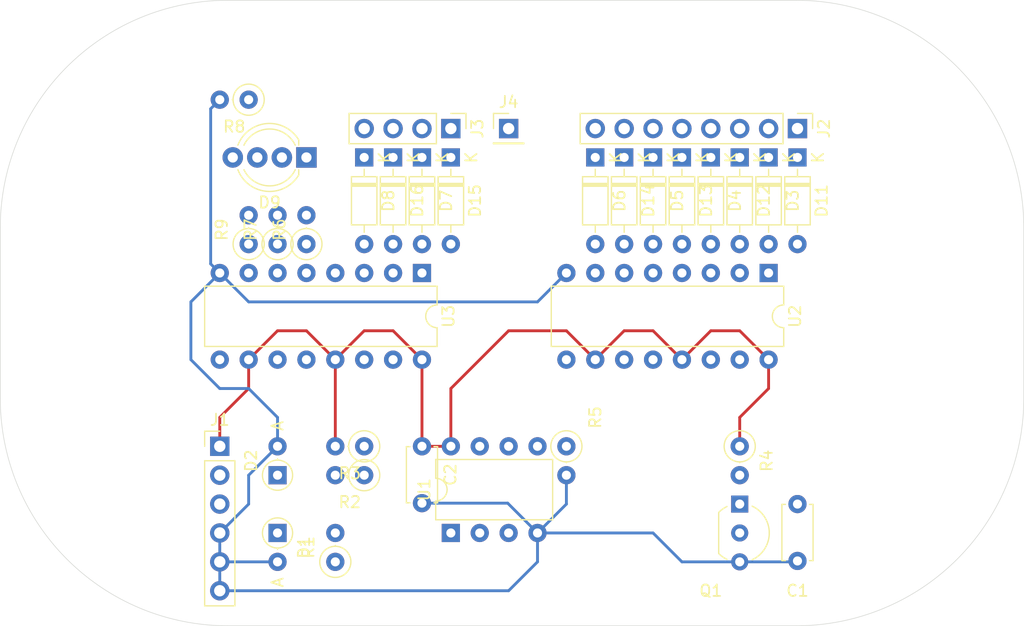
<source format=kicad_pcb>
(kicad_pcb (version 20171130) (host pcbnew 5.1.6-c6e7f7d~86~ubuntu18.04.1)

  (general
    (thickness 1.6)
    (drawings 8)
    (tracks 55)
    (zones 0)
    (modules 34)
    (nets 46)
  )

  (page A4)
  (layers
    (0 F.Cu mixed)
    (31 B.Cu mixed)
    (32 B.Adhes user)
    (33 F.Adhes user)
    (34 B.Paste user)
    (35 F.Paste user)
    (36 B.SilkS user)
    (37 F.SilkS user)
    (38 B.Mask user)
    (39 F.Mask user)
    (40 Dwgs.User user)
    (41 Cmts.User user)
    (42 Eco1.User user)
    (43 Eco2.User user)
    (44 Edge.Cuts user)
    (45 Margin user)
    (46 B.CrtYd user)
    (47 F.CrtYd user)
    (48 B.Fab user)
    (49 F.Fab user)
  )

  (setup
    (last_trace_width 0.25)
    (trace_clearance 0.2)
    (zone_clearance 0.508)
    (zone_45_only no)
    (trace_min 0.2)
    (via_size 0.8)
    (via_drill 0.4)
    (via_min_size 0.4)
    (via_min_drill 0.3)
    (uvia_size 0.3)
    (uvia_drill 0.1)
    (uvias_allowed no)
    (uvia_min_size 0.2)
    (uvia_min_drill 0.1)
    (edge_width 0.05)
    (segment_width 0.2)
    (pcb_text_width 0.3)
    (pcb_text_size 1.5 1.5)
    (mod_edge_width 0.12)
    (mod_text_size 1 1)
    (mod_text_width 0.15)
    (pad_size 1.524 1.524)
    (pad_drill 0.762)
    (pad_to_mask_clearance 0.05)
    (aux_axis_origin 0 0)
    (visible_elements FFFFFF7F)
    (pcbplotparams
      (layerselection 0x010fc_ffffffff)
      (usegerberextensions false)
      (usegerberattributes true)
      (usegerberadvancedattributes true)
      (creategerberjobfile true)
      (excludeedgelayer true)
      (linewidth 0.100000)
      (plotframeref false)
      (viasonmask false)
      (mode 1)
      (useauxorigin false)
      (hpglpennumber 1)
      (hpglpenspeed 20)
      (hpglpendiameter 15.000000)
      (psnegative false)
      (psa4output false)
      (plotreference true)
      (plotvalue true)
      (plotinvisibletext false)
      (padsonsilk false)
      (subtractmaskfromsilk false)
      (outputformat 1)
      (mirror false)
      (drillshape 1)
      (scaleselection 1)
      (outputdirectory ""))
  )

  (net 0 "")
  (net 1 /LATCH)
  (net 2 Earth)
  (net 3 +5V)
  (net 4 "Net-(D1-Pad1)")
  (net 5 "Net-(D2-Pad1)")
  (net 6 "Net-(D3-Pad1)")
  (net 7 "Net-(D3-Pad2)")
  (net 8 "Net-(D4-Pad1)")
  (net 9 "Net-(D4-Pad2)")
  (net 10 "Net-(D5-Pad1)")
  (net 11 "Net-(D5-Pad2)")
  (net 12 "Net-(D6-Pad1)")
  (net 13 "Net-(D6-Pad2)")
  (net 14 "Net-(D7-Pad2)")
  (net 15 "Net-(D7-Pad1)")
  (net 16 "Net-(D8-Pad1)")
  (net 17 "Net-(D8-Pad2)")
  (net 18 "Net-(D9-Pad1)")
  (net 19 "Net-(D9-Pad2)")
  (net 20 "Net-(D11-Pad2)")
  (net 21 "Net-(D11-Pad1)")
  (net 22 "Net-(D12-Pad2)")
  (net 23 "Net-(D12-Pad1)")
  (net 24 "Net-(D13-Pad2)")
  (net 25 "Net-(D13-Pad1)")
  (net 26 "Net-(D14-Pad2)")
  (net 27 "Net-(D14-Pad1)")
  (net 28 "Net-(D15-Pad2)")
  (net 29 "Net-(D15-Pad1)")
  (net 30 "Net-(D16-Pad1)")
  (net 31 "Net-(D16-Pad2)")
  (net 32 /SIGNAL)
  (net 33 /CLOCK)
  (net 34 /D+)
  (net 35 /D-)
  (net 36 "Net-(U1-Pad1)")
  (net 37 /DATA)
  (net 38 "Net-(U2-Pad9)")
  (net 39 "Net-(U3-Pad9)")
  (net 40 "Net-(D9-Pad3)")
  (net 41 "Net-(D9-Pad4)")
  (net 42 /R)
  (net 43 /G)
  (net 44 /B)
  (net 45 "Net-(U3-Pad4)")

  (net_class Default "This is the default net class."
    (clearance 0.2)
    (trace_width 0.25)
    (via_dia 0.8)
    (via_drill 0.4)
    (uvia_dia 0.3)
    (uvia_drill 0.1)
    (add_net +5V)
    (add_net /B)
    (add_net /CLOCK)
    (add_net /D+)
    (add_net /D-)
    (add_net /DATA)
    (add_net /G)
    (add_net /LATCH)
    (add_net /R)
    (add_net /SIGNAL)
    (add_net Earth)
    (add_net "Net-(D1-Pad1)")
    (add_net "Net-(D11-Pad1)")
    (add_net "Net-(D11-Pad2)")
    (add_net "Net-(D12-Pad1)")
    (add_net "Net-(D12-Pad2)")
    (add_net "Net-(D13-Pad1)")
    (add_net "Net-(D13-Pad2)")
    (add_net "Net-(D14-Pad1)")
    (add_net "Net-(D14-Pad2)")
    (add_net "Net-(D15-Pad1)")
    (add_net "Net-(D15-Pad2)")
    (add_net "Net-(D16-Pad1)")
    (add_net "Net-(D16-Pad2)")
    (add_net "Net-(D2-Pad1)")
    (add_net "Net-(D3-Pad1)")
    (add_net "Net-(D3-Pad2)")
    (add_net "Net-(D4-Pad1)")
    (add_net "Net-(D4-Pad2)")
    (add_net "Net-(D5-Pad1)")
    (add_net "Net-(D5-Pad2)")
    (add_net "Net-(D6-Pad1)")
    (add_net "Net-(D6-Pad2)")
    (add_net "Net-(D7-Pad1)")
    (add_net "Net-(D7-Pad2)")
    (add_net "Net-(D8-Pad1)")
    (add_net "Net-(D8-Pad2)")
    (add_net "Net-(D9-Pad1)")
    (add_net "Net-(D9-Pad2)")
    (add_net "Net-(D9-Pad3)")
    (add_net "Net-(D9-Pad4)")
    (add_net "Net-(U1-Pad1)")
    (add_net "Net-(U2-Pad9)")
    (add_net "Net-(U3-Pad4)")
    (add_net "Net-(U3-Pad9)")
  )

  (module Resistor_THT:R_Axial_DIN0207_L6.3mm_D2.5mm_P2.54mm_Vertical (layer F.Cu) (tedit 5AE5139B) (tstamp 5F08BF15)
    (at 121.84 58.74 180)
    (descr "Resistor, Axial_DIN0207 series, Axial, Vertical, pin pitch=2.54mm, 0.25W = 1/4W, length*diameter=6.3*2.5mm^2, http://cdn-reichelt.de/documents/datenblatt/B400/1_4W%23YAG.pdf")
    (tags "Resistor Axial_DIN0207 series Axial Vertical pin pitch 2.54mm 0.25W = 1/4W length 6.3mm diameter 2.5mm")
    (path /5EFCF8B2)
    (fp_text reference R8 (at 1.27 -2.37) (layer F.SilkS)
      (effects (font (size 1 1) (thickness 0.15)))
    )
    (fp_text value 220 (at 1.27 2.37) (layer F.Fab)
      (effects (font (size 1 1) (thickness 0.15)))
    )
    (fp_line (start 3.59 -1.5) (end -1.5 -1.5) (layer F.CrtYd) (width 0.05))
    (fp_line (start 3.59 1.5) (end 3.59 -1.5) (layer F.CrtYd) (width 0.05))
    (fp_line (start -1.5 1.5) (end 3.59 1.5) (layer F.CrtYd) (width 0.05))
    (fp_line (start -1.5 -1.5) (end -1.5 1.5) (layer F.CrtYd) (width 0.05))
    (fp_line (start 1.37 0) (end 1.44 0) (layer F.SilkS) (width 0.12))
    (fp_line (start 0 0) (end 2.54 0) (layer F.Fab) (width 0.1))
    (fp_circle (center 0 0) (end 1.37 0) (layer F.SilkS) (width 0.12))
    (fp_circle (center 0 0) (end 1.25 0) (layer F.Fab) (width 0.1))
    (fp_text user %R (at 1.27 -2.37) (layer F.Fab)
      (effects (font (size 1 1) (thickness 0.15)))
    )
    (pad 1 thru_hole circle (at 0 0 180) (size 1.6 1.6) (drill 0.8) (layers *.Cu *.Mask)
      (net 19 "Net-(D9-Pad2)"))
    (pad 2 thru_hole oval (at 2.54 0 180) (size 1.6 1.6) (drill 0.8) (layers *.Cu *.Mask)
      (net 2 Earth))
    (model ${KISYS3DMOD}/Resistor_THT.3dshapes/R_Axial_DIN0207_L6.3mm_D2.5mm_P2.54mm_Vertical.wrl
      (at (xyz 0 0 0))
      (scale (xyz 1 1 1))
      (rotate (xyz 0 0 0))
    )
  )

  (module Resistor_THT:R_Axial_DIN0207_L6.3mm_D2.5mm_P2.54mm_Vertical (layer F.Cu) (tedit 5AE5139B) (tstamp 5F08BA6E)
    (at 121.84 71.44 90)
    (descr "Resistor, Axial_DIN0207 series, Axial, Vertical, pin pitch=2.54mm, 0.25W = 1/4W, length*diameter=6.3*2.5mm^2, http://cdn-reichelt.de/documents/datenblatt/B400/1_4W%23YAG.pdf")
    (tags "Resistor Axial_DIN0207 series Axial Vertical pin pitch 2.54mm 0.25W = 1/4W length 6.3mm diameter 2.5mm")
    (path /5EFCF474)
    (fp_text reference R9 (at 1.27 -2.37 90) (layer F.SilkS)
      (effects (font (size 1 1) (thickness 0.15)))
    )
    (fp_text value 150 (at 1.27 2.37 90) (layer F.Fab)
      (effects (font (size 1 1) (thickness 0.15)))
    )
    (fp_circle (center 0 0) (end 1.25 0) (layer F.Fab) (width 0.1))
    (fp_circle (center 0 0) (end 1.37 0) (layer F.SilkS) (width 0.12))
    (fp_line (start 0 0) (end 2.54 0) (layer F.Fab) (width 0.1))
    (fp_line (start 1.37 0) (end 1.44 0) (layer F.SilkS) (width 0.12))
    (fp_line (start -1.5 -1.5) (end -1.5 1.5) (layer F.CrtYd) (width 0.05))
    (fp_line (start -1.5 1.5) (end 3.59 1.5) (layer F.CrtYd) (width 0.05))
    (fp_line (start 3.59 1.5) (end 3.59 -1.5) (layer F.CrtYd) (width 0.05))
    (fp_line (start 3.59 -1.5) (end -1.5 -1.5) (layer F.CrtYd) (width 0.05))
    (fp_text user %R (at 1.27 -2.37 90) (layer F.Fab)
      (effects (font (size 1 1) (thickness 0.15)))
    )
    (pad 2 thru_hole oval (at 2.54 0 90) (size 1.6 1.6) (drill 0.8) (layers *.Cu *.Mask)
      (net 41 "Net-(D9-Pad4)"))
    (pad 1 thru_hole circle (at 0 0 90) (size 1.6 1.6) (drill 0.8) (layers *.Cu *.Mask)
      (net 44 /B))
    (model ${KISYS3DMOD}/Resistor_THT.3dshapes/R_Axial_DIN0207_L6.3mm_D2.5mm_P2.54mm_Vertical.wrl
      (at (xyz 0 0 0))
      (scale (xyz 1 1 1))
      (rotate (xyz 0 0 0))
    )
  )

  (module Resistor_THT:R_Axial_DIN0207_L6.3mm_D2.5mm_P2.54mm_Vertical (layer F.Cu) (tedit 5AE5139B) (tstamp 5F08BE49)
    (at 126.92 71.44 90)
    (descr "Resistor, Axial_DIN0207 series, Axial, Vertical, pin pitch=2.54mm, 0.25W = 1/4W, length*diameter=6.3*2.5mm^2, http://cdn-reichelt.de/documents/datenblatt/B400/1_4W%23YAG.pdf")
    (tags "Resistor Axial_DIN0207 series Axial Vertical pin pitch 2.54mm 0.25W = 1/4W length 6.3mm diameter 2.5mm")
    (path /5EFCE8D2)
    (fp_text reference R6 (at 1.27 -2.37 90) (layer F.SilkS)
      (effects (font (size 1 1) (thickness 0.15)))
    )
    (fp_text value 150 (at 1.27 2.37 90) (layer F.Fab)
      (effects (font (size 1 1) (thickness 0.15)))
    )
    (fp_circle (center 0 0) (end 1.25 0) (layer F.Fab) (width 0.1))
    (fp_circle (center 0 0) (end 1.37 0) (layer F.SilkS) (width 0.12))
    (fp_line (start 0 0) (end 2.54 0) (layer F.Fab) (width 0.1))
    (fp_line (start 1.37 0) (end 1.44 0) (layer F.SilkS) (width 0.12))
    (fp_line (start -1.5 -1.5) (end -1.5 1.5) (layer F.CrtYd) (width 0.05))
    (fp_line (start -1.5 1.5) (end 3.59 1.5) (layer F.CrtYd) (width 0.05))
    (fp_line (start 3.59 1.5) (end 3.59 -1.5) (layer F.CrtYd) (width 0.05))
    (fp_line (start 3.59 -1.5) (end -1.5 -1.5) (layer F.CrtYd) (width 0.05))
    (fp_text user %R (at 1.27 -2.37 90) (layer F.Fab)
      (effects (font (size 1 1) (thickness 0.15)))
    )
    (pad 2 thru_hole oval (at 2.54 0 90) (size 1.6 1.6) (drill 0.8) (layers *.Cu *.Mask)
      (net 18 "Net-(D9-Pad1)"))
    (pad 1 thru_hole circle (at 0 0 90) (size 1.6 1.6) (drill 0.8) (layers *.Cu *.Mask)
      (net 42 /R))
    (model ${KISYS3DMOD}/Resistor_THT.3dshapes/R_Axial_DIN0207_L6.3mm_D2.5mm_P2.54mm_Vertical.wrl
      (at (xyz 0 0 0))
      (scale (xyz 1 1 1))
      (rotate (xyz 0 0 0))
    )
  )

  (module LED_THT:LED_D5.0mm-4_RGB_Wide_Pins (layer F.Cu) (tedit 5B74F76E) (tstamp 5F08B89B)
    (at 126.92 63.82 180)
    (descr "LED, diameter 5.0mm, 2 pins, diameter 5.0mm, 3 pins, diameter 5.0mm, 4 pins, http://www.kingbright.com/attachments/file/psearch/000/00/00/L-154A4SUREQBFZGEW(Ver.9A).pdf")
    (tags "LED diameter 5.0mm 2 pins diameter 5.0mm 3 pins diameter 5.0mm 4 pins RGB RGBLED")
    (path /5EFB8EF0)
    (fp_text reference D9 (at 3.2385 -3.96) (layer F.SilkS)
      (effects (font (size 1 1) (thickness 0.15)))
    )
    (fp_text value LED_RGBC (at 3.2385 3.96) (layer F.Fab)
      (effects (font (size 1 1) (thickness 0.15)))
    )
    (fp_line (start 7.56 -3.25) (end -1.08 -3.25) (layer F.CrtYd) (width 0.05))
    (fp_line (start 7.56 3.25) (end 7.56 -3.25) (layer F.CrtYd) (width 0.05))
    (fp_line (start -1.08 3.25) (end 7.56 3.25) (layer F.CrtYd) (width 0.05))
    (fp_line (start -1.08 -3.25) (end -1.08 3.25) (layer F.CrtYd) (width 0.05))
    (fp_line (start 0.6785 1.08) (end 0.6785 1.545) (layer F.SilkS) (width 0.12))
    (fp_line (start 0.6785 -1.545) (end 0.6785 -1.08) (layer F.SilkS) (width 0.12))
    (fp_line (start 0.7385 -1.469694) (end 0.7385 1.469694) (layer F.Fab) (width 0.1))
    (fp_circle (center 3.2385 0) (end 5.7385 0) (layer F.Fab) (width 0.1))
    (fp_arc (start 3.2385 0) (end 0.7385 -1.469694) (angle 299.1) (layer F.Fab) (width 0.1))
    (fp_arc (start 3.2385 0) (end 0.6785 -1.54483) (angle 127.7) (layer F.SilkS) (width 0.12))
    (fp_arc (start 3.2385 0) (end 0.6785 1.54483) (angle -127.7) (layer F.SilkS) (width 0.12))
    (fp_arc (start 3.2385 0) (end 0.983816 -1.08) (angle 128.8) (layer F.SilkS) (width 0.12))
    (fp_arc (start 3.2385 0) (end 0.983816 1.08) (angle -128.8) (layer F.SilkS) (width 0.12))
    (fp_text user %R (at 3.2385 -3.96) (layer F.Fab)
      (effects (font (size 1 1) (thickness 0.15)))
    )
    (pad 1 thru_hole rect (at 0 0 180) (size 1.8 1.8) (drill 0.9) (layers *.Cu *.Mask)
      (net 18 "Net-(D9-Pad1)"))
    (pad 2 thru_hole circle (at 2.159 0 180) (size 1.8 1.8) (drill 0.9) (layers *.Cu *.Mask)
      (net 19 "Net-(D9-Pad2)"))
    (pad 3 thru_hole circle (at 4.318 0 180) (size 1.8 1.8) (drill 0.9) (layers *.Cu *.Mask)
      (net 40 "Net-(D9-Pad3)"))
    (pad 4 thru_hole circle (at 6.477 0 180) (size 1.8 1.8) (drill 0.9) (layers *.Cu *.Mask)
      (net 41 "Net-(D9-Pad4)"))
    (model ${KISYS3DMOD}/LED_THT.3dshapes/LED_D5.0mm-4_RGB_Wide_Pins.wrl
      (at (xyz 0 0 0))
      (scale (xyz 1 1 1))
      (rotate (xyz 0 0 0))
    )
  )

  (module Resistor_THT:R_Axial_DIN0207_L6.3mm_D2.5mm_P2.54mm_Vertical (layer F.Cu) (tedit 5AE5139B) (tstamp 5F08B86A)
    (at 124.38 71.44 90)
    (descr "Resistor, Axial_DIN0207 series, Axial, Vertical, pin pitch=2.54mm, 0.25W = 1/4W, length*diameter=6.3*2.5mm^2, http://cdn-reichelt.de/documents/datenblatt/B400/1_4W%23YAG.pdf")
    (tags "Resistor Axial_DIN0207 series Axial Vertical pin pitch 2.54mm 0.25W = 1/4W length 6.3mm diameter 2.5mm")
    (path /5EFCEE2A)
    (fp_text reference R7 (at 1.27 -2.37 90) (layer F.SilkS)
      (effects (font (size 1 1) (thickness 0.15)))
    )
    (fp_text value 150 (at 1.27 2.37 90) (layer F.Fab)
      (effects (font (size 1 1) (thickness 0.15)))
    )
    (fp_line (start 3.59 -1.5) (end -1.5 -1.5) (layer F.CrtYd) (width 0.05))
    (fp_line (start 3.59 1.5) (end 3.59 -1.5) (layer F.CrtYd) (width 0.05))
    (fp_line (start -1.5 1.5) (end 3.59 1.5) (layer F.CrtYd) (width 0.05))
    (fp_line (start -1.5 -1.5) (end -1.5 1.5) (layer F.CrtYd) (width 0.05))
    (fp_line (start 1.37 0) (end 1.44 0) (layer F.SilkS) (width 0.12))
    (fp_line (start 0 0) (end 2.54 0) (layer F.Fab) (width 0.1))
    (fp_circle (center 0 0) (end 1.37 0) (layer F.SilkS) (width 0.12))
    (fp_circle (center 0 0) (end 1.25 0) (layer F.Fab) (width 0.1))
    (fp_text user %R (at 1.27 -2.37 90) (layer F.Fab)
      (effects (font (size 1 1) (thickness 0.15)))
    )
    (pad 1 thru_hole circle (at 0 0 90) (size 1.6 1.6) (drill 0.8) (layers *.Cu *.Mask)
      (net 43 /G))
    (pad 2 thru_hole oval (at 2.54 0 90) (size 1.6 1.6) (drill 0.8) (layers *.Cu *.Mask)
      (net 40 "Net-(D9-Pad3)"))
    (model ${KISYS3DMOD}/Resistor_THT.3dshapes/R_Axial_DIN0207_L6.3mm_D2.5mm_P2.54mm_Vertical.wrl
      (at (xyz 0 0 0))
      (scale (xyz 1 1 1))
      (rotate (xyz 0 0 0))
    )
  )

  (module Capacitor_THT:C_Disc_D4.7mm_W2.5mm_P5.00mm (layer F.Cu) (tedit 5AE50EF0) (tstamp 5F08B7D4)
    (at 170.1 94.3 270)
    (descr "C, Disc series, Radial, pin pitch=5.00mm, , diameter*width=4.7*2.5mm^2, Capacitor, http://www.vishay.com/docs/45233/krseries.pdf")
    (tags "C Disc series Radial pin pitch 5.00mm  diameter 4.7mm width 2.5mm Capacitor")
    (path /5EF540F4)
    (fp_text reference C1 (at 7.62 0) (layer F.SilkS)
      (effects (font (size 1 1) (thickness 0.15)))
    )
    (fp_text value 100n (at 1.27 -2.54 90) (layer F.Fab)
      (effects (font (size 1 1) (thickness 0.15)))
    )
    (fp_line (start 0.15 -1.25) (end 0.15 1.25) (layer F.Fab) (width 0.1))
    (fp_line (start 0.15 1.25) (end 4.85 1.25) (layer F.Fab) (width 0.1))
    (fp_line (start 4.85 1.25) (end 4.85 -1.25) (layer F.Fab) (width 0.1))
    (fp_line (start 4.85 -1.25) (end 0.15 -1.25) (layer F.Fab) (width 0.1))
    (fp_line (start 0.03 -1.37) (end 4.97 -1.37) (layer F.SilkS) (width 0.12))
    (fp_line (start 0.03 1.37) (end 4.97 1.37) (layer F.SilkS) (width 0.12))
    (fp_line (start 0.03 -1.37) (end 0.03 -1.055) (layer F.SilkS) (width 0.12))
    (fp_line (start 0.03 1.055) (end 0.03 1.37) (layer F.SilkS) (width 0.12))
    (fp_line (start 4.97 -1.37) (end 4.97 -1.055) (layer F.SilkS) (width 0.12))
    (fp_line (start 4.97 1.055) (end 4.97 1.37) (layer F.SilkS) (width 0.12))
    (fp_line (start -1.05 -1.5) (end -1.05 1.5) (layer F.CrtYd) (width 0.05))
    (fp_line (start -1.05 1.5) (end 6.05 1.5) (layer F.CrtYd) (width 0.05))
    (fp_line (start 6.05 1.5) (end 6.05 -1.5) (layer F.CrtYd) (width 0.05))
    (fp_line (start 6.05 -1.5) (end -1.05 -1.5) (layer F.CrtYd) (width 0.05))
    (fp_text user %R (at 5.08 -2.54 270) (layer F.Fab)
      (effects (font (size 0.94 0.94) (thickness 0.141)))
    )
    (pad 1 thru_hole circle (at 0 0 270) (size 1.6 1.6) (drill 0.8) (layers *.Cu *.Mask)
      (net 1 /LATCH))
    (pad 2 thru_hole circle (at 5 0 270) (size 1.6 1.6) (drill 0.8) (layers *.Cu *.Mask)
      (net 2 Earth))
    (model ${KISYS3DMOD}/Capacitor_THT.3dshapes/C_Disc_D4.7mm_W2.5mm_P5.00mm.wrl
      (at (xyz 0 0 0))
      (scale (xyz 1 1 1))
      (rotate (xyz 0 0 0))
    )
  )

  (module Capacitor_THT:C_Disc_D4.7mm_W2.5mm_P5.00mm (layer F.Cu) (tedit 5AE50EF0) (tstamp 5F08B9FC)
    (at 137.08 89.22 270)
    (descr "C, Disc series, Radial, pin pitch=5.00mm, , diameter*width=4.7*2.5mm^2, Capacitor, http://www.vishay.com/docs/45233/krseries.pdf")
    (tags "C Disc series Radial pin pitch 5.00mm  diameter 4.7mm width 2.5mm Capacitor")
    (path /5F17E564)
    (fp_text reference C2 (at 2.5 -2.5 90) (layer F.SilkS)
      (effects (font (size 1 1) (thickness 0.15)))
    )
    (fp_text value 100nF (at 1.27 2.54 90) (layer F.Fab)
      (effects (font (size 1 1) (thickness 0.15)))
    )
    (fp_line (start 6.05 -1.5) (end -1.05 -1.5) (layer F.CrtYd) (width 0.05))
    (fp_line (start 6.05 1.5) (end 6.05 -1.5) (layer F.CrtYd) (width 0.05))
    (fp_line (start -1.05 1.5) (end 6.05 1.5) (layer F.CrtYd) (width 0.05))
    (fp_line (start -1.05 -1.5) (end -1.05 1.5) (layer F.CrtYd) (width 0.05))
    (fp_line (start 4.97 1.055) (end 4.97 1.37) (layer F.SilkS) (width 0.12))
    (fp_line (start 4.97 -1.37) (end 4.97 -1.055) (layer F.SilkS) (width 0.12))
    (fp_line (start 0.03 1.055) (end 0.03 1.37) (layer F.SilkS) (width 0.12))
    (fp_line (start 0.03 -1.37) (end 0.03 -1.055) (layer F.SilkS) (width 0.12))
    (fp_line (start 0.03 1.37) (end 4.97 1.37) (layer F.SilkS) (width 0.12))
    (fp_line (start 0.03 -1.37) (end 4.97 -1.37) (layer F.SilkS) (width 0.12))
    (fp_line (start 4.85 -1.25) (end 0.15 -1.25) (layer F.Fab) (width 0.1))
    (fp_line (start 4.85 1.25) (end 4.85 -1.25) (layer F.Fab) (width 0.1))
    (fp_line (start 0.15 1.25) (end 4.85 1.25) (layer F.Fab) (width 0.1))
    (fp_line (start 0.15 -1.25) (end 0.15 1.25) (layer F.Fab) (width 0.1))
    (fp_text user %R (at 5.715 2.54 90) (layer F.Fab)
      (effects (font (size 0.94 0.94) (thickness 0.141)))
    )
    (pad 2 thru_hole circle (at 5 0 270) (size 1.6 1.6) (drill 0.8) (layers *.Cu *.Mask)
      (net 2 Earth))
    (pad 1 thru_hole circle (at 0 0 270) (size 1.6 1.6) (drill 0.8) (layers *.Cu *.Mask)
      (net 3 +5V))
    (model ${KISYS3DMOD}/Capacitor_THT.3dshapes/C_Disc_D4.7mm_W2.5mm_P5.00mm.wrl
      (at (xyz 0 0 0))
      (scale (xyz 1 1 1))
      (rotate (xyz 0 0 0))
    )
  )

  (module Diode_THT:D_DO-35_SOD27_P7.62mm_Horizontal (layer F.Cu) (tedit 5AE50CD5) (tstamp 5F08BD6C)
    (at 167.56 63.82 270)
    (descr "Diode, DO-35_SOD27 series, Axial, Horizontal, pin pitch=7.62mm, , length*diameter=4*2mm^2, , http://www.diodes.com/_files/packages/DO-35.pdf")
    (tags "Diode DO-35_SOD27 series Axial Horizontal pin pitch 7.62mm  length 4mm diameter 2mm")
    (path /5EF6E88C)
    (fp_text reference D3 (at 3.81 -2.12 90) (layer F.SilkS)
      (effects (font (size 1 1) (thickness 0.15)))
    )
    (fp_text value 1N4148 (at 3.81 17.78 90) (layer F.Fab)
      (effects (font (size 1 1) (thickness 0.15)))
    )
    (fp_line (start 1.81 -1) (end 1.81 1) (layer F.Fab) (width 0.1))
    (fp_line (start 1.81 1) (end 5.81 1) (layer F.Fab) (width 0.1))
    (fp_line (start 5.81 1) (end 5.81 -1) (layer F.Fab) (width 0.1))
    (fp_line (start 5.81 -1) (end 1.81 -1) (layer F.Fab) (width 0.1))
    (fp_line (start 0 0) (end 1.81 0) (layer F.Fab) (width 0.1))
    (fp_line (start 7.62 0) (end 5.81 0) (layer F.Fab) (width 0.1))
    (fp_line (start 2.41 -1) (end 2.41 1) (layer F.Fab) (width 0.1))
    (fp_line (start 2.51 -1) (end 2.51 1) (layer F.Fab) (width 0.1))
    (fp_line (start 2.31 -1) (end 2.31 1) (layer F.Fab) (width 0.1))
    (fp_line (start 1.69 -1.12) (end 1.69 1.12) (layer F.SilkS) (width 0.12))
    (fp_line (start 1.69 1.12) (end 5.93 1.12) (layer F.SilkS) (width 0.12))
    (fp_line (start 5.93 1.12) (end 5.93 -1.12) (layer F.SilkS) (width 0.12))
    (fp_line (start 5.93 -1.12) (end 1.69 -1.12) (layer F.SilkS) (width 0.12))
    (fp_line (start 1.04 0) (end 1.69 0) (layer F.SilkS) (width 0.12))
    (fp_line (start 6.58 0) (end 5.93 0) (layer F.SilkS) (width 0.12))
    (fp_line (start 2.41 -1.12) (end 2.41 1.12) (layer F.SilkS) (width 0.12))
    (fp_line (start 2.53 -1.12) (end 2.53 1.12) (layer F.SilkS) (width 0.12))
    (fp_line (start 2.29 -1.12) (end 2.29 1.12) (layer F.SilkS) (width 0.12))
    (fp_line (start -1.05 -1.25) (end -1.05 1.25) (layer F.CrtYd) (width 0.05))
    (fp_line (start -1.05 1.25) (end 8.67 1.25) (layer F.CrtYd) (width 0.05))
    (fp_line (start 8.67 1.25) (end 8.67 -1.25) (layer F.CrtYd) (width 0.05))
    (fp_line (start 8.67 -1.25) (end -1.05 -1.25) (layer F.CrtYd) (width 0.05))
    (fp_text user %R (at 4.11 0 90) (layer F.Fab)
      (effects (font (size 0.8 0.8) (thickness 0.12)))
    )
    (fp_text user K (at 0 -1.8 90) (layer F.Fab)
      (effects (font (size 1 1) (thickness 0.15)))
    )
    (fp_text user K (at 0 -1.8 90) (layer F.SilkS)
      (effects (font (size 1 1) (thickness 0.15)))
    )
    (pad 1 thru_hole rect (at 0 0 270) (size 1.6 1.6) (drill 0.8) (layers *.Cu *.Mask)
      (net 6 "Net-(D3-Pad1)"))
    (pad 2 thru_hole oval (at 7.62 0 270) (size 1.6 1.6) (drill 0.8) (layers *.Cu *.Mask)
      (net 7 "Net-(D3-Pad2)"))
    (model ${KISYS3DMOD}/Diode_THT.3dshapes/D_DO-35_SOD27_P7.62mm_Horizontal.wrl
      (at (xyz 0 0 0))
      (scale (xyz 1 1 1))
      (rotate (xyz 0 0 0))
    )
  )

  (module Diode_THT:D_DO-35_SOD27_P7.62mm_Horizontal (layer F.Cu) (tedit 5AE50CD5) (tstamp 5F08BD12)
    (at 162.48 63.82 270)
    (descr "Diode, DO-35_SOD27 series, Axial, Horizontal, pin pitch=7.62mm, , length*diameter=4*2mm^2, , http://www.diodes.com/_files/packages/DO-35.pdf")
    (tags "Diode DO-35_SOD27 series Axial Horizontal pin pitch 7.62mm  length 4mm diameter 2mm")
    (path /5EF6FFBF)
    (fp_text reference D4 (at 3.81 -2.12 90) (layer F.SilkS)
      (effects (font (size 1 1) (thickness 0.15)))
    )
    (fp_text value 1N4148 (at 3.81 12.7 90) (layer F.Fab)
      (effects (font (size 1 1) (thickness 0.15)))
    )
    (fp_line (start 1.81 -1) (end 1.81 1) (layer F.Fab) (width 0.1))
    (fp_line (start 1.81 1) (end 5.81 1) (layer F.Fab) (width 0.1))
    (fp_line (start 5.81 1) (end 5.81 -1) (layer F.Fab) (width 0.1))
    (fp_line (start 5.81 -1) (end 1.81 -1) (layer F.Fab) (width 0.1))
    (fp_line (start 0 0) (end 1.81 0) (layer F.Fab) (width 0.1))
    (fp_line (start 7.62 0) (end 5.81 0) (layer F.Fab) (width 0.1))
    (fp_line (start 2.41 -1) (end 2.41 1) (layer F.Fab) (width 0.1))
    (fp_line (start 2.51 -1) (end 2.51 1) (layer F.Fab) (width 0.1))
    (fp_line (start 2.31 -1) (end 2.31 1) (layer F.Fab) (width 0.1))
    (fp_line (start 1.69 -1.12) (end 1.69 1.12) (layer F.SilkS) (width 0.12))
    (fp_line (start 1.69 1.12) (end 5.93 1.12) (layer F.SilkS) (width 0.12))
    (fp_line (start 5.93 1.12) (end 5.93 -1.12) (layer F.SilkS) (width 0.12))
    (fp_line (start 5.93 -1.12) (end 1.69 -1.12) (layer F.SilkS) (width 0.12))
    (fp_line (start 1.04 0) (end 1.69 0) (layer F.SilkS) (width 0.12))
    (fp_line (start 6.58 0) (end 5.93 0) (layer F.SilkS) (width 0.12))
    (fp_line (start 2.41 -1.12) (end 2.41 1.12) (layer F.SilkS) (width 0.12))
    (fp_line (start 2.53 -1.12) (end 2.53 1.12) (layer F.SilkS) (width 0.12))
    (fp_line (start 2.29 -1.12) (end 2.29 1.12) (layer F.SilkS) (width 0.12))
    (fp_line (start -1.05 -1.25) (end -1.05 1.25) (layer F.CrtYd) (width 0.05))
    (fp_line (start -1.05 1.25) (end 8.67 1.25) (layer F.CrtYd) (width 0.05))
    (fp_line (start 8.67 1.25) (end 8.67 -1.25) (layer F.CrtYd) (width 0.05))
    (fp_line (start 8.67 -1.25) (end -1.05 -1.25) (layer F.CrtYd) (width 0.05))
    (fp_text user %R (at 4.11 0 90) (layer F.Fab)
      (effects (font (size 0.8 0.8) (thickness 0.12)))
    )
    (fp_text user K (at 0 -1.8 90) (layer F.Fab)
      (effects (font (size 1 1) (thickness 0.15)))
    )
    (fp_text user K (at 0 -1.8 90) (layer F.SilkS)
      (effects (font (size 1 1) (thickness 0.15)))
    )
    (pad 1 thru_hole rect (at 0 0 270) (size 1.6 1.6) (drill 0.8) (layers *.Cu *.Mask)
      (net 8 "Net-(D4-Pad1)"))
    (pad 2 thru_hole oval (at 7.62 0 270) (size 1.6 1.6) (drill 0.8) (layers *.Cu *.Mask)
      (net 9 "Net-(D4-Pad2)"))
    (model ${KISYS3DMOD}/Diode_THT.3dshapes/D_DO-35_SOD27_P7.62mm_Horizontal.wrl
      (at (xyz 0 0 0))
      (scale (xyz 1 1 1))
      (rotate (xyz 0 0 0))
    )
  )

  (module Diode_THT:D_DO-35_SOD27_P7.62mm_Horizontal (layer F.Cu) (tedit 5AE50CD5) (tstamp 5F08B5F5)
    (at 157.4 63.82 270)
    (descr "Diode, DO-35_SOD27 series, Axial, Horizontal, pin pitch=7.62mm, , length*diameter=4*2mm^2, , http://www.diodes.com/_files/packages/DO-35.pdf")
    (tags "Diode DO-35_SOD27 series Axial Horizontal pin pitch 7.62mm  length 4mm diameter 2mm")
    (path /5EF749BA)
    (fp_text reference D5 (at 3.81 -2.12 90) (layer F.SilkS)
      (effects (font (size 1 1) (thickness 0.15)))
    )
    (fp_text value 1N4148 (at 3.81 7.62 90) (layer F.Fab)
      (effects (font (size 1 1) (thickness 0.15)))
    )
    (fp_line (start 1.81 -1) (end 1.81 1) (layer F.Fab) (width 0.1))
    (fp_line (start 1.81 1) (end 5.81 1) (layer F.Fab) (width 0.1))
    (fp_line (start 5.81 1) (end 5.81 -1) (layer F.Fab) (width 0.1))
    (fp_line (start 5.81 -1) (end 1.81 -1) (layer F.Fab) (width 0.1))
    (fp_line (start 0 0) (end 1.81 0) (layer F.Fab) (width 0.1))
    (fp_line (start 7.62 0) (end 5.81 0) (layer F.Fab) (width 0.1))
    (fp_line (start 2.41 -1) (end 2.41 1) (layer F.Fab) (width 0.1))
    (fp_line (start 2.51 -1) (end 2.51 1) (layer F.Fab) (width 0.1))
    (fp_line (start 2.31 -1) (end 2.31 1) (layer F.Fab) (width 0.1))
    (fp_line (start 1.69 -1.12) (end 1.69 1.12) (layer F.SilkS) (width 0.12))
    (fp_line (start 1.69 1.12) (end 5.93 1.12) (layer F.SilkS) (width 0.12))
    (fp_line (start 5.93 1.12) (end 5.93 -1.12) (layer F.SilkS) (width 0.12))
    (fp_line (start 5.93 -1.12) (end 1.69 -1.12) (layer F.SilkS) (width 0.12))
    (fp_line (start 1.04 0) (end 1.69 0) (layer F.SilkS) (width 0.12))
    (fp_line (start 6.58 0) (end 5.93 0) (layer F.SilkS) (width 0.12))
    (fp_line (start 2.41 -1.12) (end 2.41 1.12) (layer F.SilkS) (width 0.12))
    (fp_line (start 2.53 -1.12) (end 2.53 1.12) (layer F.SilkS) (width 0.12))
    (fp_line (start 2.29 -1.12) (end 2.29 1.12) (layer F.SilkS) (width 0.12))
    (fp_line (start -1.05 -1.25) (end -1.05 1.25) (layer F.CrtYd) (width 0.05))
    (fp_line (start -1.05 1.25) (end 8.67 1.25) (layer F.CrtYd) (width 0.05))
    (fp_line (start 8.67 1.25) (end 8.67 -1.25) (layer F.CrtYd) (width 0.05))
    (fp_line (start 8.67 -1.25) (end -1.05 -1.25) (layer F.CrtYd) (width 0.05))
    (fp_text user %R (at 4.11 0 90) (layer F.Fab)
      (effects (font (size 0.8 0.8) (thickness 0.12)))
    )
    (fp_text user K (at 0 -1.8 90) (layer F.Fab)
      (effects (font (size 1 1) (thickness 0.15)))
    )
    (fp_text user K (at 0 -1.8 90) (layer F.SilkS)
      (effects (font (size 1 1) (thickness 0.15)))
    )
    (pad 1 thru_hole rect (at 0 0 270) (size 1.6 1.6) (drill 0.8) (layers *.Cu *.Mask)
      (net 10 "Net-(D5-Pad1)"))
    (pad 2 thru_hole oval (at 7.62 0 270) (size 1.6 1.6) (drill 0.8) (layers *.Cu *.Mask)
      (net 11 "Net-(D5-Pad2)"))
    (model ${KISYS3DMOD}/Diode_THT.3dshapes/D_DO-35_SOD27_P7.62mm_Horizontal.wrl
      (at (xyz 0 0 0))
      (scale (xyz 1 1 1))
      (rotate (xyz 0 0 0))
    )
  )

  (module Diode_THT:D_DO-35_SOD27_P7.62mm_Horizontal (layer F.Cu) (tedit 5AE50CD5) (tstamp 5F08B6AF)
    (at 152.32 63.82 270)
    (descr "Diode, DO-35_SOD27 series, Axial, Horizontal, pin pitch=7.62mm, , length*diameter=4*2mm^2, , http://www.diodes.com/_files/packages/DO-35.pdf")
    (tags "Diode DO-35_SOD27 series Axial Horizontal pin pitch 7.62mm  length 4mm diameter 2mm")
    (path /5EF749C6)
    (fp_text reference D6 (at 3.81 -2.12 90) (layer F.SilkS)
      (effects (font (size 1 1) (thickness 0.15)))
    )
    (fp_text value 1N4148 (at 3.81 2.54 90) (layer F.Fab)
      (effects (font (size 1 1) (thickness 0.15)))
    )
    (fp_line (start 1.81 -1) (end 1.81 1) (layer F.Fab) (width 0.1))
    (fp_line (start 1.81 1) (end 5.81 1) (layer F.Fab) (width 0.1))
    (fp_line (start 5.81 1) (end 5.81 -1) (layer F.Fab) (width 0.1))
    (fp_line (start 5.81 -1) (end 1.81 -1) (layer F.Fab) (width 0.1))
    (fp_line (start 0 0) (end 1.81 0) (layer F.Fab) (width 0.1))
    (fp_line (start 7.62 0) (end 5.81 0) (layer F.Fab) (width 0.1))
    (fp_line (start 2.41 -1) (end 2.41 1) (layer F.Fab) (width 0.1))
    (fp_line (start 2.51 -1) (end 2.51 1) (layer F.Fab) (width 0.1))
    (fp_line (start 2.31 -1) (end 2.31 1) (layer F.Fab) (width 0.1))
    (fp_line (start 1.69 -1.12) (end 1.69 1.12) (layer F.SilkS) (width 0.12))
    (fp_line (start 1.69 1.12) (end 5.93 1.12) (layer F.SilkS) (width 0.12))
    (fp_line (start 5.93 1.12) (end 5.93 -1.12) (layer F.SilkS) (width 0.12))
    (fp_line (start 5.93 -1.12) (end 1.69 -1.12) (layer F.SilkS) (width 0.12))
    (fp_line (start 1.04 0) (end 1.69 0) (layer F.SilkS) (width 0.12))
    (fp_line (start 6.58 0) (end 5.93 0) (layer F.SilkS) (width 0.12))
    (fp_line (start 2.41 -1.12) (end 2.41 1.12) (layer F.SilkS) (width 0.12))
    (fp_line (start 2.53 -1.12) (end 2.53 1.12) (layer F.SilkS) (width 0.12))
    (fp_line (start 2.29 -1.12) (end 2.29 1.12) (layer F.SilkS) (width 0.12))
    (fp_line (start -1.05 -1.25) (end -1.05 1.25) (layer F.CrtYd) (width 0.05))
    (fp_line (start -1.05 1.25) (end 8.67 1.25) (layer F.CrtYd) (width 0.05))
    (fp_line (start 8.67 1.25) (end 8.67 -1.25) (layer F.CrtYd) (width 0.05))
    (fp_line (start 8.67 -1.25) (end -1.05 -1.25) (layer F.CrtYd) (width 0.05))
    (fp_text user %R (at 4.11 0 90) (layer F.Fab)
      (effects (font (size 0.8 0.8) (thickness 0.12)))
    )
    (fp_text user K (at 0 -1.8 90) (layer F.Fab)
      (effects (font (size 1 1) (thickness 0.15)))
    )
    (fp_text user K (at 0 -1.8 90) (layer F.SilkS)
      (effects (font (size 1 1) (thickness 0.15)))
    )
    (pad 1 thru_hole rect (at 0 0 270) (size 1.6 1.6) (drill 0.8) (layers *.Cu *.Mask)
      (net 12 "Net-(D6-Pad1)"))
    (pad 2 thru_hole oval (at 7.62 0 270) (size 1.6 1.6) (drill 0.8) (layers *.Cu *.Mask)
      (net 13 "Net-(D6-Pad2)"))
    (model ${KISYS3DMOD}/Diode_THT.3dshapes/D_DO-35_SOD27_P7.62mm_Horizontal.wrl
      (at (xyz 0 0 0))
      (scale (xyz 1 1 1))
      (rotate (xyz 0 0 0))
    )
  )

  (module Diode_THT:D_DO-35_SOD27_P7.62mm_Horizontal (layer F.Cu) (tedit 5AE50CD5) (tstamp 5F08B59B)
    (at 137.08 63.82 270)
    (descr "Diode, DO-35_SOD27 series, Axial, Horizontal, pin pitch=7.62mm, , length*diameter=4*2mm^2, , http://www.diodes.com/_files/packages/DO-35.pdf")
    (tags "Diode DO-35_SOD27 series Axial Horizontal pin pitch 7.62mm  length 4mm diameter 2mm")
    (path /5EF7AD70)
    (fp_text reference D7 (at 3.81 -2.12 90) (layer F.SilkS)
      (effects (font (size 1 1) (thickness 0.15)))
    )
    (fp_text value 1N4148 (at 3.81 -5.08 90) (layer F.Fab)
      (effects (font (size 1 1) (thickness 0.15)))
    )
    (fp_line (start 8.67 -1.25) (end -1.05 -1.25) (layer F.CrtYd) (width 0.05))
    (fp_line (start 8.67 1.25) (end 8.67 -1.25) (layer F.CrtYd) (width 0.05))
    (fp_line (start -1.05 1.25) (end 8.67 1.25) (layer F.CrtYd) (width 0.05))
    (fp_line (start -1.05 -1.25) (end -1.05 1.25) (layer F.CrtYd) (width 0.05))
    (fp_line (start 2.29 -1.12) (end 2.29 1.12) (layer F.SilkS) (width 0.12))
    (fp_line (start 2.53 -1.12) (end 2.53 1.12) (layer F.SilkS) (width 0.12))
    (fp_line (start 2.41 -1.12) (end 2.41 1.12) (layer F.SilkS) (width 0.12))
    (fp_line (start 6.58 0) (end 5.93 0) (layer F.SilkS) (width 0.12))
    (fp_line (start 1.04 0) (end 1.69 0) (layer F.SilkS) (width 0.12))
    (fp_line (start 5.93 -1.12) (end 1.69 -1.12) (layer F.SilkS) (width 0.12))
    (fp_line (start 5.93 1.12) (end 5.93 -1.12) (layer F.SilkS) (width 0.12))
    (fp_line (start 1.69 1.12) (end 5.93 1.12) (layer F.SilkS) (width 0.12))
    (fp_line (start 1.69 -1.12) (end 1.69 1.12) (layer F.SilkS) (width 0.12))
    (fp_line (start 2.31 -1) (end 2.31 1) (layer F.Fab) (width 0.1))
    (fp_line (start 2.51 -1) (end 2.51 1) (layer F.Fab) (width 0.1))
    (fp_line (start 2.41 -1) (end 2.41 1) (layer F.Fab) (width 0.1))
    (fp_line (start 7.62 0) (end 5.81 0) (layer F.Fab) (width 0.1))
    (fp_line (start 0 0) (end 1.81 0) (layer F.Fab) (width 0.1))
    (fp_line (start 5.81 -1) (end 1.81 -1) (layer F.Fab) (width 0.1))
    (fp_line (start 5.81 1) (end 5.81 -1) (layer F.Fab) (width 0.1))
    (fp_line (start 1.81 1) (end 5.81 1) (layer F.Fab) (width 0.1))
    (fp_line (start 1.81 -1) (end 1.81 1) (layer F.Fab) (width 0.1))
    (fp_text user K (at 0 -1.8 90) (layer F.SilkS)
      (effects (font (size 1 1) (thickness 0.15)))
    )
    (fp_text user K (at 0 -1.8 90) (layer F.Fab)
      (effects (font (size 1 1) (thickness 0.15)))
    )
    (fp_text user %R (at 4.11 0 90) (layer F.Fab)
      (effects (font (size 0.8 0.8) (thickness 0.12)))
    )
    (pad 2 thru_hole oval (at 7.62 0 270) (size 1.6 1.6) (drill 0.8) (layers *.Cu *.Mask)
      (net 14 "Net-(D7-Pad2)"))
    (pad 1 thru_hole rect (at 0 0 270) (size 1.6 1.6) (drill 0.8) (layers *.Cu *.Mask)
      (net 15 "Net-(D7-Pad1)"))
    (model ${KISYS3DMOD}/Diode_THT.3dshapes/D_DO-35_SOD27_P7.62mm_Horizontal.wrl
      (at (xyz 0 0 0))
      (scale (xyz 1 1 1))
      (rotate (xyz 0 0 0))
    )
  )

  (module Diode_THT:D_DO-35_SOD27_P7.62mm_Horizontal (layer F.Cu) (tedit 5AE50CD5) (tstamp 5F08BE83)
    (at 132 63.82 270)
    (descr "Diode, DO-35_SOD27 series, Axial, Horizontal, pin pitch=7.62mm, , length*diameter=4*2mm^2, , http://www.diodes.com/_files/packages/DO-35.pdf")
    (tags "Diode DO-35_SOD27 series Axial Horizontal pin pitch 7.62mm  length 4mm diameter 2mm")
    (path /5EF7AD7C)
    (fp_text reference D8 (at 3.81 -2.12 90) (layer F.SilkS)
      (effects (font (size 1 1) (thickness 0.15)))
    )
    (fp_text value 1N4148 (at 3.81 -10.16 90) (layer F.Fab)
      (effects (font (size 1 1) (thickness 0.15)))
    )
    (fp_line (start 1.81 -1) (end 1.81 1) (layer F.Fab) (width 0.1))
    (fp_line (start 1.81 1) (end 5.81 1) (layer F.Fab) (width 0.1))
    (fp_line (start 5.81 1) (end 5.81 -1) (layer F.Fab) (width 0.1))
    (fp_line (start 5.81 -1) (end 1.81 -1) (layer F.Fab) (width 0.1))
    (fp_line (start 0 0) (end 1.81 0) (layer F.Fab) (width 0.1))
    (fp_line (start 7.62 0) (end 5.81 0) (layer F.Fab) (width 0.1))
    (fp_line (start 2.41 -1) (end 2.41 1) (layer F.Fab) (width 0.1))
    (fp_line (start 2.51 -1) (end 2.51 1) (layer F.Fab) (width 0.1))
    (fp_line (start 2.31 -1) (end 2.31 1) (layer F.Fab) (width 0.1))
    (fp_line (start 1.69 -1.12) (end 1.69 1.12) (layer F.SilkS) (width 0.12))
    (fp_line (start 1.69 1.12) (end 5.93 1.12) (layer F.SilkS) (width 0.12))
    (fp_line (start 5.93 1.12) (end 5.93 -1.12) (layer F.SilkS) (width 0.12))
    (fp_line (start 5.93 -1.12) (end 1.69 -1.12) (layer F.SilkS) (width 0.12))
    (fp_line (start 1.04 0) (end 1.69 0) (layer F.SilkS) (width 0.12))
    (fp_line (start 6.58 0) (end 5.93 0) (layer F.SilkS) (width 0.12))
    (fp_line (start 2.41 -1.12) (end 2.41 1.12) (layer F.SilkS) (width 0.12))
    (fp_line (start 2.53 -1.12) (end 2.53 1.12) (layer F.SilkS) (width 0.12))
    (fp_line (start 2.29 -1.12) (end 2.29 1.12) (layer F.SilkS) (width 0.12))
    (fp_line (start -1.05 -1.25) (end -1.05 1.25) (layer F.CrtYd) (width 0.05))
    (fp_line (start -1.05 1.25) (end 8.67 1.25) (layer F.CrtYd) (width 0.05))
    (fp_line (start 8.67 1.25) (end 8.67 -1.25) (layer F.CrtYd) (width 0.05))
    (fp_line (start 8.67 -1.25) (end -1.05 -1.25) (layer F.CrtYd) (width 0.05))
    (fp_text user %R (at 4.11 0 90) (layer F.Fab)
      (effects (font (size 0.8 0.8) (thickness 0.12)))
    )
    (fp_text user K (at 0 -1.8 90) (layer F.Fab)
      (effects (font (size 1 1) (thickness 0.15)))
    )
    (fp_text user K (at 0 -1.8 90) (layer F.SilkS)
      (effects (font (size 1 1) (thickness 0.15)))
    )
    (pad 1 thru_hole rect (at 0 0 270) (size 1.6 1.6) (drill 0.8) (layers *.Cu *.Mask)
      (net 16 "Net-(D8-Pad1)"))
    (pad 2 thru_hole oval (at 7.62 0 270) (size 1.6 1.6) (drill 0.8) (layers *.Cu *.Mask)
      (net 17 "Net-(D8-Pad2)"))
    (model ${KISYS3DMOD}/Diode_THT.3dshapes/D_DO-35_SOD27_P7.62mm_Horizontal.wrl
      (at (xyz 0 0 0))
      (scale (xyz 1 1 1))
      (rotate (xyz 0 0 0))
    )
  )

  (module Diode_THT:D_DO-35_SOD27_P7.62mm_Horizontal (layer F.Cu) (tedit 5AE50CD5) (tstamp 5F08B64F)
    (at 170.1 63.82 270)
    (descr "Diode, DO-35_SOD27 series, Axial, Horizontal, pin pitch=7.62mm, , length*diameter=4*2mm^2, , http://www.diodes.com/_files/packages/DO-35.pdf")
    (tags "Diode DO-35_SOD27 series Axial Horizontal pin pitch 7.62mm  length 4mm diameter 2mm")
    (path /5EF52A74)
    (fp_text reference D11 (at 3.81 -2.12 90) (layer F.SilkS)
      (effects (font (size 1 1) (thickness 0.15)))
    )
    (fp_text value 1N4148 (at 3.81 20.32 90) (layer F.Fab)
      (effects (font (size 1 1) (thickness 0.15)))
    )
    (fp_line (start 8.67 -1.25) (end -1.05 -1.25) (layer F.CrtYd) (width 0.05))
    (fp_line (start 8.67 1.25) (end 8.67 -1.25) (layer F.CrtYd) (width 0.05))
    (fp_line (start -1.05 1.25) (end 8.67 1.25) (layer F.CrtYd) (width 0.05))
    (fp_line (start -1.05 -1.25) (end -1.05 1.25) (layer F.CrtYd) (width 0.05))
    (fp_line (start 2.29 -1.12) (end 2.29 1.12) (layer F.SilkS) (width 0.12))
    (fp_line (start 2.53 -1.12) (end 2.53 1.12) (layer F.SilkS) (width 0.12))
    (fp_line (start 2.41 -1.12) (end 2.41 1.12) (layer F.SilkS) (width 0.12))
    (fp_line (start 6.58 0) (end 5.93 0) (layer F.SilkS) (width 0.12))
    (fp_line (start 1.04 0) (end 1.69 0) (layer F.SilkS) (width 0.12))
    (fp_line (start 5.93 -1.12) (end 1.69 -1.12) (layer F.SilkS) (width 0.12))
    (fp_line (start 5.93 1.12) (end 5.93 -1.12) (layer F.SilkS) (width 0.12))
    (fp_line (start 1.69 1.12) (end 5.93 1.12) (layer F.SilkS) (width 0.12))
    (fp_line (start 1.69 -1.12) (end 1.69 1.12) (layer F.SilkS) (width 0.12))
    (fp_line (start 2.31 -1) (end 2.31 1) (layer F.Fab) (width 0.1))
    (fp_line (start 2.51 -1) (end 2.51 1) (layer F.Fab) (width 0.1))
    (fp_line (start 2.41 -1) (end 2.41 1) (layer F.Fab) (width 0.1))
    (fp_line (start 7.62 0) (end 5.81 0) (layer F.Fab) (width 0.1))
    (fp_line (start 0 0) (end 1.81 0) (layer F.Fab) (width 0.1))
    (fp_line (start 5.81 -1) (end 1.81 -1) (layer F.Fab) (width 0.1))
    (fp_line (start 5.81 1) (end 5.81 -1) (layer F.Fab) (width 0.1))
    (fp_line (start 1.81 1) (end 5.81 1) (layer F.Fab) (width 0.1))
    (fp_line (start 1.81 -1) (end 1.81 1) (layer F.Fab) (width 0.1))
    (fp_text user K (at 0 -1.8 90) (layer F.SilkS)
      (effects (font (size 1 1) (thickness 0.15)))
    )
    (fp_text user K (at 0 -1.8 90) (layer F.Fab)
      (effects (font (size 1 1) (thickness 0.15)))
    )
    (fp_text user %R (at 4.11 0 90) (layer F.Fab)
      (effects (font (size 0.8 0.8) (thickness 0.12)))
    )
    (pad 2 thru_hole oval (at 7.62 0 270) (size 1.6 1.6) (drill 0.8) (layers *.Cu *.Mask)
      (net 20 "Net-(D11-Pad2)"))
    (pad 1 thru_hole rect (at 0 0 270) (size 1.6 1.6) (drill 0.8) (layers *.Cu *.Mask)
      (net 21 "Net-(D11-Pad1)"))
    (model ${KISYS3DMOD}/Diode_THT.3dshapes/D_DO-35_SOD27_P7.62mm_Horizontal.wrl
      (at (xyz 0 0 0))
      (scale (xyz 1 1 1))
      (rotate (xyz 0 0 0))
    )
  )

  (module Diode_THT:D_DO-35_SOD27_P7.62mm_Horizontal (layer F.Cu) (tedit 5AE50CD5) (tstamp 5F08BAA8)
    (at 165.02 63.82 270)
    (descr "Diode, DO-35_SOD27 series, Axial, Horizontal, pin pitch=7.62mm, , length*diameter=4*2mm^2, , http://www.diodes.com/_files/packages/DO-35.pdf")
    (tags "Diode DO-35_SOD27 series Axial Horizontal pin pitch 7.62mm  length 4mm diameter 2mm")
    (path /5EF6FBDE)
    (fp_text reference D12 (at 3.81 -2.12 90) (layer F.SilkS)
      (effects (font (size 1 1) (thickness 0.15)))
    )
    (fp_text value 1N4148 (at 3.81 15.24 90) (layer F.Fab)
      (effects (font (size 1 1) (thickness 0.15)))
    )
    (fp_line (start 8.67 -1.25) (end -1.05 -1.25) (layer F.CrtYd) (width 0.05))
    (fp_line (start 8.67 1.25) (end 8.67 -1.25) (layer F.CrtYd) (width 0.05))
    (fp_line (start -1.05 1.25) (end 8.67 1.25) (layer F.CrtYd) (width 0.05))
    (fp_line (start -1.05 -1.25) (end -1.05 1.25) (layer F.CrtYd) (width 0.05))
    (fp_line (start 2.29 -1.12) (end 2.29 1.12) (layer F.SilkS) (width 0.12))
    (fp_line (start 2.53 -1.12) (end 2.53 1.12) (layer F.SilkS) (width 0.12))
    (fp_line (start 2.41 -1.12) (end 2.41 1.12) (layer F.SilkS) (width 0.12))
    (fp_line (start 6.58 0) (end 5.93 0) (layer F.SilkS) (width 0.12))
    (fp_line (start 1.04 0) (end 1.69 0) (layer F.SilkS) (width 0.12))
    (fp_line (start 5.93 -1.12) (end 1.69 -1.12) (layer F.SilkS) (width 0.12))
    (fp_line (start 5.93 1.12) (end 5.93 -1.12) (layer F.SilkS) (width 0.12))
    (fp_line (start 1.69 1.12) (end 5.93 1.12) (layer F.SilkS) (width 0.12))
    (fp_line (start 1.69 -1.12) (end 1.69 1.12) (layer F.SilkS) (width 0.12))
    (fp_line (start 2.31 -1) (end 2.31 1) (layer F.Fab) (width 0.1))
    (fp_line (start 2.51 -1) (end 2.51 1) (layer F.Fab) (width 0.1))
    (fp_line (start 2.41 -1) (end 2.41 1) (layer F.Fab) (width 0.1))
    (fp_line (start 7.62 0) (end 5.81 0) (layer F.Fab) (width 0.1))
    (fp_line (start 0 0) (end 1.81 0) (layer F.Fab) (width 0.1))
    (fp_line (start 5.81 -1) (end 1.81 -1) (layer F.Fab) (width 0.1))
    (fp_line (start 5.81 1) (end 5.81 -1) (layer F.Fab) (width 0.1))
    (fp_line (start 1.81 1) (end 5.81 1) (layer F.Fab) (width 0.1))
    (fp_line (start 1.81 -1) (end 1.81 1) (layer F.Fab) (width 0.1))
    (fp_text user K (at 0 -1.8 90) (layer F.SilkS)
      (effects (font (size 1 1) (thickness 0.15)))
    )
    (fp_text user K (at 0 -1.8 90) (layer F.Fab)
      (effects (font (size 1 1) (thickness 0.15)))
    )
    (fp_text user %R (at 4.11 0 90) (layer F.Fab)
      (effects (font (size 0.8 0.8) (thickness 0.12)))
    )
    (pad 2 thru_hole oval (at 7.62 0 270) (size 1.6 1.6) (drill 0.8) (layers *.Cu *.Mask)
      (net 22 "Net-(D12-Pad2)"))
    (pad 1 thru_hole rect (at 0 0 270) (size 1.6 1.6) (drill 0.8) (layers *.Cu *.Mask)
      (net 23 "Net-(D12-Pad1)"))
    (model ${KISYS3DMOD}/Diode_THT.3dshapes/D_DO-35_SOD27_P7.62mm_Horizontal.wrl
      (at (xyz 0 0 0))
      (scale (xyz 1 1 1))
      (rotate (xyz 0 0 0))
    )
  )

  (module Diode_THT:D_DO-35_SOD27_P7.62mm_Horizontal (layer F.Cu) (tedit 5AE50CD5) (tstamp 5F08BCB8)
    (at 159.94 63.82 270)
    (descr "Diode, DO-35_SOD27 series, Axial, Horizontal, pin pitch=7.62mm, , length*diameter=4*2mm^2, , http://www.diodes.com/_files/packages/DO-35.pdf")
    (tags "Diode DO-35_SOD27 series Axial Horizontal pin pitch 7.62mm  length 4mm diameter 2mm")
    (path /5EF749B4)
    (fp_text reference D13 (at 3.81 -2.12 90) (layer F.SilkS)
      (effects (font (size 1 1) (thickness 0.15)))
    )
    (fp_text value 1N4148 (at 3.81 10.16 90) (layer F.Fab)
      (effects (font (size 1 1) (thickness 0.15)))
    )
    (fp_line (start 8.67 -1.25) (end -1.05 -1.25) (layer F.CrtYd) (width 0.05))
    (fp_line (start 8.67 1.25) (end 8.67 -1.25) (layer F.CrtYd) (width 0.05))
    (fp_line (start -1.05 1.25) (end 8.67 1.25) (layer F.CrtYd) (width 0.05))
    (fp_line (start -1.05 -1.25) (end -1.05 1.25) (layer F.CrtYd) (width 0.05))
    (fp_line (start 2.29 -1.12) (end 2.29 1.12) (layer F.SilkS) (width 0.12))
    (fp_line (start 2.53 -1.12) (end 2.53 1.12) (layer F.SilkS) (width 0.12))
    (fp_line (start 2.41 -1.12) (end 2.41 1.12) (layer F.SilkS) (width 0.12))
    (fp_line (start 6.58 0) (end 5.93 0) (layer F.SilkS) (width 0.12))
    (fp_line (start 1.04 0) (end 1.69 0) (layer F.SilkS) (width 0.12))
    (fp_line (start 5.93 -1.12) (end 1.69 -1.12) (layer F.SilkS) (width 0.12))
    (fp_line (start 5.93 1.12) (end 5.93 -1.12) (layer F.SilkS) (width 0.12))
    (fp_line (start 1.69 1.12) (end 5.93 1.12) (layer F.SilkS) (width 0.12))
    (fp_line (start 1.69 -1.12) (end 1.69 1.12) (layer F.SilkS) (width 0.12))
    (fp_line (start 2.31 -1) (end 2.31 1) (layer F.Fab) (width 0.1))
    (fp_line (start 2.51 -1) (end 2.51 1) (layer F.Fab) (width 0.1))
    (fp_line (start 2.41 -1) (end 2.41 1) (layer F.Fab) (width 0.1))
    (fp_line (start 7.62 0) (end 5.81 0) (layer F.Fab) (width 0.1))
    (fp_line (start 0 0) (end 1.81 0) (layer F.Fab) (width 0.1))
    (fp_line (start 5.81 -1) (end 1.81 -1) (layer F.Fab) (width 0.1))
    (fp_line (start 5.81 1) (end 5.81 -1) (layer F.Fab) (width 0.1))
    (fp_line (start 1.81 1) (end 5.81 1) (layer F.Fab) (width 0.1))
    (fp_line (start 1.81 -1) (end 1.81 1) (layer F.Fab) (width 0.1))
    (fp_text user K (at 0 -1.8 90) (layer F.SilkS)
      (effects (font (size 1 1) (thickness 0.15)))
    )
    (fp_text user K (at 0 -1.8 90) (layer F.Fab)
      (effects (font (size 1 1) (thickness 0.15)))
    )
    (fp_text user %R (at 4.11 0 90) (layer F.Fab)
      (effects (font (size 0.8 0.8) (thickness 0.12)))
    )
    (pad 2 thru_hole oval (at 7.62 0 270) (size 1.6 1.6) (drill 0.8) (layers *.Cu *.Mask)
      (net 24 "Net-(D13-Pad2)"))
    (pad 1 thru_hole rect (at 0 0 270) (size 1.6 1.6) (drill 0.8) (layers *.Cu *.Mask)
      (net 25 "Net-(D13-Pad1)"))
    (model ${KISYS3DMOD}/Diode_THT.3dshapes/D_DO-35_SOD27_P7.62mm_Horizontal.wrl
      (at (xyz 0 0 0))
      (scale (xyz 1 1 1))
      (rotate (xyz 0 0 0))
    )
  )

  (module Diode_THT:D_DO-35_SOD27_P7.62mm_Horizontal (layer F.Cu) (tedit 5AE50CD5) (tstamp 5F08BB56)
    (at 154.86 63.82 270)
    (descr "Diode, DO-35_SOD27 series, Axial, Horizontal, pin pitch=7.62mm, , length*diameter=4*2mm^2, , http://www.diodes.com/_files/packages/DO-35.pdf")
    (tags "Diode DO-35_SOD27 series Axial Horizontal pin pitch 7.62mm  length 4mm diameter 2mm")
    (path /5EF749C0)
    (fp_text reference D14 (at 3.81 -2.12 90) (layer F.SilkS)
      (effects (font (size 1 1) (thickness 0.15)))
    )
    (fp_text value 1N4148 (at 3.81 5.08 90) (layer F.Fab)
      (effects (font (size 1 1) (thickness 0.15)))
    )
    (fp_line (start 8.67 -1.25) (end -1.05 -1.25) (layer F.CrtYd) (width 0.05))
    (fp_line (start 8.67 1.25) (end 8.67 -1.25) (layer F.CrtYd) (width 0.05))
    (fp_line (start -1.05 1.25) (end 8.67 1.25) (layer F.CrtYd) (width 0.05))
    (fp_line (start -1.05 -1.25) (end -1.05 1.25) (layer F.CrtYd) (width 0.05))
    (fp_line (start 2.29 -1.12) (end 2.29 1.12) (layer F.SilkS) (width 0.12))
    (fp_line (start 2.53 -1.12) (end 2.53 1.12) (layer F.SilkS) (width 0.12))
    (fp_line (start 2.41 -1.12) (end 2.41 1.12) (layer F.SilkS) (width 0.12))
    (fp_line (start 6.58 0) (end 5.93 0) (layer F.SilkS) (width 0.12))
    (fp_line (start 1.04 0) (end 1.69 0) (layer F.SilkS) (width 0.12))
    (fp_line (start 5.93 -1.12) (end 1.69 -1.12) (layer F.SilkS) (width 0.12))
    (fp_line (start 5.93 1.12) (end 5.93 -1.12) (layer F.SilkS) (width 0.12))
    (fp_line (start 1.69 1.12) (end 5.93 1.12) (layer F.SilkS) (width 0.12))
    (fp_line (start 1.69 -1.12) (end 1.69 1.12) (layer F.SilkS) (width 0.12))
    (fp_line (start 2.31 -1) (end 2.31 1) (layer F.Fab) (width 0.1))
    (fp_line (start 2.51 -1) (end 2.51 1) (layer F.Fab) (width 0.1))
    (fp_line (start 2.41 -1) (end 2.41 1) (layer F.Fab) (width 0.1))
    (fp_line (start 7.62 0) (end 5.81 0) (layer F.Fab) (width 0.1))
    (fp_line (start 0 0) (end 1.81 0) (layer F.Fab) (width 0.1))
    (fp_line (start 5.81 -1) (end 1.81 -1) (layer F.Fab) (width 0.1))
    (fp_line (start 5.81 1) (end 5.81 -1) (layer F.Fab) (width 0.1))
    (fp_line (start 1.81 1) (end 5.81 1) (layer F.Fab) (width 0.1))
    (fp_line (start 1.81 -1) (end 1.81 1) (layer F.Fab) (width 0.1))
    (fp_text user K (at 0 -1.8 90) (layer F.SilkS)
      (effects (font (size 1 1) (thickness 0.15)))
    )
    (fp_text user K (at 0 -1.8 90) (layer F.Fab)
      (effects (font (size 1 1) (thickness 0.15)))
    )
    (fp_text user %R (at 4.11 0 90) (layer F.Fab)
      (effects (font (size 0.8 0.8) (thickness 0.12)))
    )
    (pad 2 thru_hole oval (at 7.62 0 270) (size 1.6 1.6) (drill 0.8) (layers *.Cu *.Mask)
      (net 26 "Net-(D14-Pad2)"))
    (pad 1 thru_hole rect (at 0 0 270) (size 1.6 1.6) (drill 0.8) (layers *.Cu *.Mask)
      (net 27 "Net-(D14-Pad1)"))
    (model ${KISYS3DMOD}/Diode_THT.3dshapes/D_DO-35_SOD27_P7.62mm_Horizontal.wrl
      (at (xyz 0 0 0))
      (scale (xyz 1 1 1))
      (rotate (xyz 0 0 0))
    )
  )

  (module Diode_THT:D_DO-35_SOD27_P7.62mm_Horizontal (layer F.Cu) (tedit 5AE50CD5) (tstamp 5F08BBB6)
    (at 139.62 63.82 270)
    (descr "Diode, DO-35_SOD27 series, Axial, Horizontal, pin pitch=7.62mm, , length*diameter=4*2mm^2, , http://www.diodes.com/_files/packages/DO-35.pdf")
    (tags "Diode DO-35_SOD27 series Axial Horizontal pin pitch 7.62mm  length 4mm diameter 2mm")
    (path /5EF7AD6A)
    (fp_text reference D15 (at 3.81 -2.12 90) (layer F.SilkS)
      (effects (font (size 1 1) (thickness 0.15)))
    )
    (fp_text value 1N4148 (at 3.81 -2.54 90) (layer F.Fab)
      (effects (font (size 1 1) (thickness 0.15)))
    )
    (fp_line (start 8.67 -1.25) (end -1.05 -1.25) (layer F.CrtYd) (width 0.05))
    (fp_line (start 8.67 1.25) (end 8.67 -1.25) (layer F.CrtYd) (width 0.05))
    (fp_line (start -1.05 1.25) (end 8.67 1.25) (layer F.CrtYd) (width 0.05))
    (fp_line (start -1.05 -1.25) (end -1.05 1.25) (layer F.CrtYd) (width 0.05))
    (fp_line (start 2.29 -1.12) (end 2.29 1.12) (layer F.SilkS) (width 0.12))
    (fp_line (start 2.53 -1.12) (end 2.53 1.12) (layer F.SilkS) (width 0.12))
    (fp_line (start 2.41 -1.12) (end 2.41 1.12) (layer F.SilkS) (width 0.12))
    (fp_line (start 6.58 0) (end 5.93 0) (layer F.SilkS) (width 0.12))
    (fp_line (start 1.04 0) (end 1.69 0) (layer F.SilkS) (width 0.12))
    (fp_line (start 5.93 -1.12) (end 1.69 -1.12) (layer F.SilkS) (width 0.12))
    (fp_line (start 5.93 1.12) (end 5.93 -1.12) (layer F.SilkS) (width 0.12))
    (fp_line (start 1.69 1.12) (end 5.93 1.12) (layer F.SilkS) (width 0.12))
    (fp_line (start 1.69 -1.12) (end 1.69 1.12) (layer F.SilkS) (width 0.12))
    (fp_line (start 2.31 -1) (end 2.31 1) (layer F.Fab) (width 0.1))
    (fp_line (start 2.51 -1) (end 2.51 1) (layer F.Fab) (width 0.1))
    (fp_line (start 2.41 -1) (end 2.41 1) (layer F.Fab) (width 0.1))
    (fp_line (start 7.62 0) (end 5.81 0) (layer F.Fab) (width 0.1))
    (fp_line (start 0 0) (end 1.81 0) (layer F.Fab) (width 0.1))
    (fp_line (start 5.81 -1) (end 1.81 -1) (layer F.Fab) (width 0.1))
    (fp_line (start 5.81 1) (end 5.81 -1) (layer F.Fab) (width 0.1))
    (fp_line (start 1.81 1) (end 5.81 1) (layer F.Fab) (width 0.1))
    (fp_line (start 1.81 -1) (end 1.81 1) (layer F.Fab) (width 0.1))
    (fp_text user K (at 0 -1.8 90) (layer F.SilkS)
      (effects (font (size 1 1) (thickness 0.15)))
    )
    (fp_text user K (at 0 -1.8 90) (layer F.Fab)
      (effects (font (size 1 1) (thickness 0.15)))
    )
    (fp_text user %R (at 4.11 0 90) (layer F.Fab)
      (effects (font (size 0.8 0.8) (thickness 0.12)))
    )
    (pad 2 thru_hole oval (at 7.62 0 270) (size 1.6 1.6) (drill 0.8) (layers *.Cu *.Mask)
      (net 28 "Net-(D15-Pad2)"))
    (pad 1 thru_hole rect (at 0 0 270) (size 1.6 1.6) (drill 0.8) (layers *.Cu *.Mask)
      (net 29 "Net-(D15-Pad1)"))
    (model ${KISYS3DMOD}/Diode_THT.3dshapes/D_DO-35_SOD27_P7.62mm_Horizontal.wrl
      (at (xyz 0 0 0))
      (scale (xyz 1 1 1))
      (rotate (xyz 0 0 0))
    )
  )

  (module Diode_THT:D_DO-35_SOD27_P7.62mm_Horizontal (layer F.Cu) (tedit 5AE50CD5) (tstamp 5F08B8E9)
    (at 134.54 63.82 270)
    (descr "Diode, DO-35_SOD27 series, Axial, Horizontal, pin pitch=7.62mm, , length*diameter=4*2mm^2, , http://www.diodes.com/_files/packages/DO-35.pdf")
    (tags "Diode DO-35_SOD27 series Axial Horizontal pin pitch 7.62mm  length 4mm diameter 2mm")
    (path /5EF7AD76)
    (fp_text reference D16 (at 3.81 -2.12 90) (layer F.SilkS)
      (effects (font (size 1 1) (thickness 0.15)))
    )
    (fp_text value 1N4148 (at 3.81 -7.62 90) (layer F.Fab)
      (effects (font (size 1 1) (thickness 0.15)))
    )
    (fp_line (start 1.81 -1) (end 1.81 1) (layer F.Fab) (width 0.1))
    (fp_line (start 1.81 1) (end 5.81 1) (layer F.Fab) (width 0.1))
    (fp_line (start 5.81 1) (end 5.81 -1) (layer F.Fab) (width 0.1))
    (fp_line (start 5.81 -1) (end 1.81 -1) (layer F.Fab) (width 0.1))
    (fp_line (start 0 0) (end 1.81 0) (layer F.Fab) (width 0.1))
    (fp_line (start 7.62 0) (end 5.81 0) (layer F.Fab) (width 0.1))
    (fp_line (start 2.41 -1) (end 2.41 1) (layer F.Fab) (width 0.1))
    (fp_line (start 2.51 -1) (end 2.51 1) (layer F.Fab) (width 0.1))
    (fp_line (start 2.31 -1) (end 2.31 1) (layer F.Fab) (width 0.1))
    (fp_line (start 1.69 -1.12) (end 1.69 1.12) (layer F.SilkS) (width 0.12))
    (fp_line (start 1.69 1.12) (end 5.93 1.12) (layer F.SilkS) (width 0.12))
    (fp_line (start 5.93 1.12) (end 5.93 -1.12) (layer F.SilkS) (width 0.12))
    (fp_line (start 5.93 -1.12) (end 1.69 -1.12) (layer F.SilkS) (width 0.12))
    (fp_line (start 1.04 0) (end 1.69 0) (layer F.SilkS) (width 0.12))
    (fp_line (start 6.58 0) (end 5.93 0) (layer F.SilkS) (width 0.12))
    (fp_line (start 2.41 -1.12) (end 2.41 1.12) (layer F.SilkS) (width 0.12))
    (fp_line (start 2.53 -1.12) (end 2.53 1.12) (layer F.SilkS) (width 0.12))
    (fp_line (start 2.29 -1.12) (end 2.29 1.12) (layer F.SilkS) (width 0.12))
    (fp_line (start -1.05 -1.25) (end -1.05 1.25) (layer F.CrtYd) (width 0.05))
    (fp_line (start -1.05 1.25) (end 8.67 1.25) (layer F.CrtYd) (width 0.05))
    (fp_line (start 8.67 1.25) (end 8.67 -1.25) (layer F.CrtYd) (width 0.05))
    (fp_line (start 8.67 -1.25) (end -1.05 -1.25) (layer F.CrtYd) (width 0.05))
    (fp_text user %R (at 4.11 0 90) (layer F.Fab)
      (effects (font (size 0.8 0.8) (thickness 0.12)))
    )
    (fp_text user K (at 0 -1.8 90) (layer F.Fab)
      (effects (font (size 1 1) (thickness 0.15)))
    )
    (fp_text user K (at 0 -1.8 90) (layer F.SilkS)
      (effects (font (size 1 1) (thickness 0.15)))
    )
    (pad 1 thru_hole rect (at 0 0 270) (size 1.6 1.6) (drill 0.8) (layers *.Cu *.Mask)
      (net 30 "Net-(D16-Pad1)"))
    (pad 2 thru_hole oval (at 7.62 0 270) (size 1.6 1.6) (drill 0.8) (layers *.Cu *.Mask)
      (net 31 "Net-(D16-Pad2)"))
    (model ${KISYS3DMOD}/Diode_THT.3dshapes/D_DO-35_SOD27_P7.62mm_Horizontal.wrl
      (at (xyz 0 0 0))
      (scale (xyz 1 1 1))
      (rotate (xyz 0 0 0))
    )
  )

  (module Connector_PinHeader_2.54mm:PinHeader_1x08_P2.54mm_Vertical (layer F.Cu) (tedit 59FED5CC) (tstamp 5F08BAFF)
    (at 170.1 61.28 270)
    (descr "Through hole straight pin header, 1x08, 2.54mm pitch, single row")
    (tags "Through hole pin header THT 1x08 2.54mm single row")
    (path /5EF7B63F)
    (fp_text reference J2 (at 0 -2.33 90) (layer F.SilkS)
      (effects (font (size 1 1) (thickness 0.15)))
    )
    (fp_text value Conn_01x08_Female (at -2.54 5.08 180) (layer F.Fab)
      (effects (font (size 1 1) (thickness 0.15)))
    )
    (fp_line (start -0.635 -1.27) (end 1.27 -1.27) (layer F.Fab) (width 0.1))
    (fp_line (start 1.27 -1.27) (end 1.27 19.05) (layer F.Fab) (width 0.1))
    (fp_line (start 1.27 19.05) (end -1.27 19.05) (layer F.Fab) (width 0.1))
    (fp_line (start -1.27 19.05) (end -1.27 -0.635) (layer F.Fab) (width 0.1))
    (fp_line (start -1.27 -0.635) (end -0.635 -1.27) (layer F.Fab) (width 0.1))
    (fp_line (start -1.33 19.11) (end 1.33 19.11) (layer F.SilkS) (width 0.12))
    (fp_line (start -1.33 1.27) (end -1.33 19.11) (layer F.SilkS) (width 0.12))
    (fp_line (start 1.33 1.27) (end 1.33 19.11) (layer F.SilkS) (width 0.12))
    (fp_line (start -1.33 1.27) (end 1.33 1.27) (layer F.SilkS) (width 0.12))
    (fp_line (start -1.33 0) (end -1.33 -1.33) (layer F.SilkS) (width 0.12))
    (fp_line (start -1.33 -1.33) (end 0 -1.33) (layer F.SilkS) (width 0.12))
    (fp_line (start -1.8 -1.8) (end -1.8 19.55) (layer F.CrtYd) (width 0.05))
    (fp_line (start -1.8 19.55) (end 1.8 19.55) (layer F.CrtYd) (width 0.05))
    (fp_line (start 1.8 19.55) (end 1.8 -1.8) (layer F.CrtYd) (width 0.05))
    (fp_line (start 1.8 -1.8) (end -1.8 -1.8) (layer F.CrtYd) (width 0.05))
    (fp_text user %R (at 0 8.89) (layer F.Fab)
      (effects (font (size 1 1) (thickness 0.15)))
    )
    (pad 1 thru_hole rect (at 0 0 270) (size 1.7 1.7) (drill 1) (layers *.Cu *.Mask)
      (net 21 "Net-(D11-Pad1)"))
    (pad 2 thru_hole oval (at 0 2.54 270) (size 1.7 1.7) (drill 1) (layers *.Cu *.Mask)
      (net 6 "Net-(D3-Pad1)"))
    (pad 3 thru_hole oval (at 0 5.08 270) (size 1.7 1.7) (drill 1) (layers *.Cu *.Mask)
      (net 23 "Net-(D12-Pad1)"))
    (pad 4 thru_hole oval (at 0 7.62 270) (size 1.7 1.7) (drill 1) (layers *.Cu *.Mask)
      (net 8 "Net-(D4-Pad1)"))
    (pad 5 thru_hole oval (at 0 10.16 270) (size 1.7 1.7) (drill 1) (layers *.Cu *.Mask)
      (net 25 "Net-(D13-Pad1)"))
    (pad 6 thru_hole oval (at 0 12.7 270) (size 1.7 1.7) (drill 1) (layers *.Cu *.Mask)
      (net 10 "Net-(D5-Pad1)"))
    (pad 7 thru_hole oval (at 0 15.24 270) (size 1.7 1.7) (drill 1) (layers *.Cu *.Mask)
      (net 27 "Net-(D14-Pad1)"))
    (pad 8 thru_hole oval (at 0 17.78 270) (size 1.7 1.7) (drill 1) (layers *.Cu *.Mask)
      (net 12 "Net-(D6-Pad1)"))
    (model ${KISYS3DMOD}/Connector_PinHeader_2.54mm.3dshapes/PinHeader_1x08_P2.54mm_Vertical.wrl
      (at (xyz 0 0 0))
      (scale (xyz 1 1 1))
      (rotate (xyz 0 0 0))
    )
  )

  (module Connector_PinHeader_2.54mm:PinHeader_1x01_P2.54mm_Vertical (layer F.Cu) (tedit 59FED5CC) (tstamp 5F08BA38)
    (at 144.7 61.28)
    (descr "Through hole straight pin header, 1x01, 2.54mm pitch, single row")
    (tags "Through hole pin header THT 1x01 2.54mm single row")
    (path /5F0D45C0)
    (fp_text reference J4 (at 0 -2.33) (layer F.SilkS)
      (effects (font (size 1 1) (thickness 0.15)))
    )
    (fp_text value Conn_01x01_Female (at 0 -2.54) (layer F.Fab)
      (effects (font (size 1 1) (thickness 0.15)))
    )
    (fp_line (start -0.635 -1.27) (end 1.27 -1.27) (layer F.Fab) (width 0.1))
    (fp_line (start 1.27 -1.27) (end 1.27 1.27) (layer F.Fab) (width 0.1))
    (fp_line (start 1.27 1.27) (end -1.27 1.27) (layer F.Fab) (width 0.1))
    (fp_line (start -1.27 1.27) (end -1.27 -0.635) (layer F.Fab) (width 0.1))
    (fp_line (start -1.27 -0.635) (end -0.635 -1.27) (layer F.Fab) (width 0.1))
    (fp_line (start -1.33 1.33) (end 1.33 1.33) (layer F.SilkS) (width 0.12))
    (fp_line (start -1.33 1.27) (end -1.33 1.33) (layer F.SilkS) (width 0.12))
    (fp_line (start 1.33 1.27) (end 1.33 1.33) (layer F.SilkS) (width 0.12))
    (fp_line (start -1.33 1.27) (end 1.33 1.27) (layer F.SilkS) (width 0.12))
    (fp_line (start -1.33 0) (end -1.33 -1.33) (layer F.SilkS) (width 0.12))
    (fp_line (start -1.33 -1.33) (end 0 -1.33) (layer F.SilkS) (width 0.12))
    (fp_line (start -1.8 -1.8) (end -1.8 1.8) (layer F.CrtYd) (width 0.05))
    (fp_line (start -1.8 1.8) (end 1.8 1.8) (layer F.CrtYd) (width 0.05))
    (fp_line (start 1.8 1.8) (end 1.8 -1.8) (layer F.CrtYd) (width 0.05))
    (fp_line (start 1.8 -1.8) (end -1.8 -1.8) (layer F.CrtYd) (width 0.05))
    (fp_text user %R (at 0 0 90) (layer F.Fab)
      (effects (font (size 1 1) (thickness 0.15)))
    )
    (pad 1 thru_hole rect (at 0 0) (size 1.7 1.7) (drill 1) (layers *.Cu *.Mask)
      (net 32 /SIGNAL))
    (model ${KISYS3DMOD}/Connector_PinHeader_2.54mm.3dshapes/PinHeader_1x01_P2.54mm_Vertical.wrl
      (at (xyz 0 0 0))
      (scale (xyz 1 1 1))
      (rotate (xyz 0 0 0))
    )
  )

  (module Package_TO_SOT_THT:TO-92_Inline_Wide (layer F.Cu) (tedit 5A02FF81) (tstamp 5F08B79A)
    (at 165.02 94.3 270)
    (descr "TO-92 leads in-line, wide, drill 0.75mm (see NXP sot054_po.pdf)")
    (tags "to-92 sc-43 sc-43a sot54 PA33 transistor")
    (path /5EF53C2B)
    (fp_text reference Q1 (at 7.62 2.54 180) (layer F.SilkS)
      (effects (font (size 1 1) (thickness 0.15)))
    )
    (fp_text value 2N2222 (at 2.54 2.79 90) (layer F.Fab)
      (effects (font (size 1 1) (thickness 0.15)))
    )
    (fp_line (start 0.74 1.85) (end 4.34 1.85) (layer F.SilkS) (width 0.12))
    (fp_line (start 0.8 1.75) (end 4.3 1.75) (layer F.Fab) (width 0.1))
    (fp_line (start -1.01 -2.73) (end 6.09 -2.73) (layer F.CrtYd) (width 0.05))
    (fp_line (start -1.01 -2.73) (end -1.01 2.01) (layer F.CrtYd) (width 0.05))
    (fp_line (start 6.09 2.01) (end 6.09 -2.73) (layer F.CrtYd) (width 0.05))
    (fp_line (start 6.09 2.01) (end -1.01 2.01) (layer F.CrtYd) (width 0.05))
    (fp_text user %R (at 6.985 0 180) (layer F.Fab)
      (effects (font (size 1 1) (thickness 0.15)))
    )
    (fp_arc (start 2.54 0) (end 0.74 1.85) (angle 20) (layer F.SilkS) (width 0.12))
    (fp_arc (start 2.54 0) (end 2.54 -2.6) (angle -65) (layer F.SilkS) (width 0.12))
    (fp_arc (start 2.54 0) (end 2.54 -2.6) (angle 65) (layer F.SilkS) (width 0.12))
    (fp_arc (start 2.54 0) (end 2.54 -2.48) (angle 135) (layer F.Fab) (width 0.1))
    (fp_arc (start 2.54 0) (end 2.54 -2.48) (angle -135) (layer F.Fab) (width 0.1))
    (fp_arc (start 2.54 0) (end 4.34 1.85) (angle -20) (layer F.SilkS) (width 0.12))
    (pad 2 thru_hole circle (at 2.54 0) (size 1.5 1.5) (drill 0.8) (layers *.Cu *.Mask)
      (net 33 /CLOCK))
    (pad 3 thru_hole circle (at 5.08 0) (size 1.5 1.5) (drill 0.8) (layers *.Cu *.Mask)
      (net 2 Earth))
    (pad 1 thru_hole rect (at 0 0) (size 1.5 1.5) (drill 0.8) (layers *.Cu *.Mask)
      (net 1 /LATCH))
    (model ${KISYS3DMOD}/Package_TO_SOT_THT.3dshapes/TO-92_Inline_Wide.wrl
      (at (xyz 0 0 0))
      (scale (xyz 1 1 1))
      (rotate (xyz 0 0 0))
    )
  )

  (module Package_DIP:DIP-8_W7.62mm (layer F.Cu) (tedit 5A02E8C5) (tstamp 5F08B706)
    (at 139.62 96.84 90)
    (descr "8-lead though-hole mounted DIP package, row spacing 7.62 mm (300 mils)")
    (tags "THT DIP DIL PDIP 2.54mm 7.62mm 300mil")
    (path /5EF506A7)
    (fp_text reference U1 (at 3.81 -2.33 90) (layer F.SilkS)
      (effects (font (size 1 1) (thickness 0.15)))
    )
    (fp_text value ATtiny85-20PU (at -2.54 5.08) (layer F.Fab)
      (effects (font (size 1 1) (thickness 0.15)))
    )
    (fp_line (start 1.635 -1.27) (end 6.985 -1.27) (layer F.Fab) (width 0.1))
    (fp_line (start 6.985 -1.27) (end 6.985 8.89) (layer F.Fab) (width 0.1))
    (fp_line (start 6.985 8.89) (end 0.635 8.89) (layer F.Fab) (width 0.1))
    (fp_line (start 0.635 8.89) (end 0.635 -0.27) (layer F.Fab) (width 0.1))
    (fp_line (start 0.635 -0.27) (end 1.635 -1.27) (layer F.Fab) (width 0.1))
    (fp_line (start 2.81 -1.33) (end 1.16 -1.33) (layer F.SilkS) (width 0.12))
    (fp_line (start 1.16 -1.33) (end 1.16 8.95) (layer F.SilkS) (width 0.12))
    (fp_line (start 1.16 8.95) (end 6.46 8.95) (layer F.SilkS) (width 0.12))
    (fp_line (start 6.46 8.95) (end 6.46 -1.33) (layer F.SilkS) (width 0.12))
    (fp_line (start 6.46 -1.33) (end 4.81 -1.33) (layer F.SilkS) (width 0.12))
    (fp_line (start -1.1 -1.55) (end -1.1 9.15) (layer F.CrtYd) (width 0.05))
    (fp_line (start -1.1 9.15) (end 8.7 9.15) (layer F.CrtYd) (width 0.05))
    (fp_line (start 8.7 9.15) (end 8.7 -1.55) (layer F.CrtYd) (width 0.05))
    (fp_line (start 8.7 -1.55) (end -1.1 -1.55) (layer F.CrtYd) (width 0.05))
    (fp_arc (start 3.81 -1.33) (end 2.81 -1.33) (angle -180) (layer F.SilkS) (width 0.12))
    (fp_text user %R (at 3.81 3.81 90) (layer F.Fab)
      (effects (font (size 1 1) (thickness 0.15)))
    )
    (pad 1 thru_hole rect (at 0 0 90) (size 1.6 1.6) (drill 0.8) (layers *.Cu *.Mask)
      (net 36 "Net-(U1-Pad1)"))
    (pad 5 thru_hole oval (at 7.62 7.62 90) (size 1.6 1.6) (drill 0.8) (layers *.Cu *.Mask)
      (net 32 /SIGNAL))
    (pad 2 thru_hole oval (at 0 2.54 90) (size 1.6 1.6) (drill 0.8) (layers *.Cu *.Mask)
      (net 34 /D+))
    (pad 6 thru_hole oval (at 7.62 5.08 90) (size 1.6 1.6) (drill 0.8) (layers *.Cu *.Mask)
      (net 37 /DATA))
    (pad 3 thru_hole oval (at 0 5.08 90) (size 1.6 1.6) (drill 0.8) (layers *.Cu *.Mask)
      (net 35 /D-))
    (pad 7 thru_hole oval (at 7.62 2.54 90) (size 1.6 1.6) (drill 0.8) (layers *.Cu *.Mask)
      (net 33 /CLOCK))
    (pad 4 thru_hole oval (at 0 7.62 90) (size 1.6 1.6) (drill 0.8) (layers *.Cu *.Mask)
      (net 2 Earth))
    (pad 8 thru_hole oval (at 7.62 0 90) (size 1.6 1.6) (drill 0.8) (layers *.Cu *.Mask)
      (net 3 +5V))
    (model ${KISYS3DMOD}/Package_DIP.3dshapes/DIP-8_W7.62mm.wrl
      (at (xyz 0 0 0))
      (scale (xyz 1 1 1))
      (rotate (xyz 0 0 0))
    )
  )

  (module Package_DIP:DIP-16_W7.62mm (layer F.Cu) (tedit 5A02E8C5) (tstamp 5F08BC2A)
    (at 167.56 73.98 270)
    (descr "16-lead though-hole mounted DIP package, row spacing 7.62 mm (300 mils)")
    (tags "THT DIP DIL PDIP 2.54mm 7.62mm 300mil")
    (path /5EF50C4C)
    (fp_text reference U2 (at 3.81 -2.33 90) (layer F.SilkS)
      (effects (font (size 1 1) (thickness 0.15)))
    )
    (fp_text value 74HC595 (at 3.81 7.62 180) (layer F.Fab)
      (effects (font (size 1 1) (thickness 0.15)))
    )
    (fp_line (start 8.7 -1.55) (end -1.1 -1.55) (layer F.CrtYd) (width 0.05))
    (fp_line (start 8.7 19.3) (end 8.7 -1.55) (layer F.CrtYd) (width 0.05))
    (fp_line (start -1.1 19.3) (end 8.7 19.3) (layer F.CrtYd) (width 0.05))
    (fp_line (start -1.1 -1.55) (end -1.1 19.3) (layer F.CrtYd) (width 0.05))
    (fp_line (start 6.46 -1.33) (end 4.81 -1.33) (layer F.SilkS) (width 0.12))
    (fp_line (start 6.46 19.11) (end 6.46 -1.33) (layer F.SilkS) (width 0.12))
    (fp_line (start 1.16 19.11) (end 6.46 19.11) (layer F.SilkS) (width 0.12))
    (fp_line (start 1.16 -1.33) (end 1.16 19.11) (layer F.SilkS) (width 0.12))
    (fp_line (start 2.81 -1.33) (end 1.16 -1.33) (layer F.SilkS) (width 0.12))
    (fp_line (start 0.635 -0.27) (end 1.635 -1.27) (layer F.Fab) (width 0.1))
    (fp_line (start 0.635 19.05) (end 0.635 -0.27) (layer F.Fab) (width 0.1))
    (fp_line (start 6.985 19.05) (end 0.635 19.05) (layer F.Fab) (width 0.1))
    (fp_line (start 6.985 -1.27) (end 6.985 19.05) (layer F.Fab) (width 0.1))
    (fp_line (start 1.635 -1.27) (end 6.985 -1.27) (layer F.Fab) (width 0.1))
    (fp_text user %R (at 0 20.32 180) (layer F.Fab)
      (effects (font (size 1 1) (thickness 0.15)))
    )
    (fp_arc (start 3.81 -1.33) (end 2.81 -1.33) (angle -180) (layer F.SilkS) (width 0.12))
    (pad 16 thru_hole oval (at 7.62 0 270) (size 1.6 1.6) (drill 0.8) (layers *.Cu *.Mask)
      (net 3 +5V))
    (pad 8 thru_hole oval (at 0 17.78 270) (size 1.6 1.6) (drill 0.8) (layers *.Cu *.Mask)
      (net 2 Earth))
    (pad 15 thru_hole oval (at 7.62 2.54 270) (size 1.6 1.6) (drill 0.8) (layers *.Cu *.Mask)
      (net 20 "Net-(D11-Pad2)"))
    (pad 7 thru_hole oval (at 0 15.24 270) (size 1.6 1.6) (drill 0.8) (layers *.Cu *.Mask)
      (net 13 "Net-(D6-Pad2)"))
    (pad 14 thru_hole oval (at 7.62 5.08 270) (size 1.6 1.6) (drill 0.8) (layers *.Cu *.Mask)
      (net 37 /DATA))
    (pad 6 thru_hole oval (at 0 12.7 270) (size 1.6 1.6) (drill 0.8) (layers *.Cu *.Mask)
      (net 26 "Net-(D14-Pad2)"))
    (pad 13 thru_hole oval (at 7.62 7.62 270) (size 1.6 1.6) (drill 0.8) (layers *.Cu *.Mask)
      (net 3 +5V))
    (pad 5 thru_hole oval (at 0 10.16 270) (size 1.6 1.6) (drill 0.8) (layers *.Cu *.Mask)
      (net 11 "Net-(D5-Pad2)"))
    (pad 12 thru_hole oval (at 7.62 10.16 270) (size 1.6 1.6) (drill 0.8) (layers *.Cu *.Mask)
      (net 1 /LATCH))
    (pad 4 thru_hole oval (at 0 7.62 270) (size 1.6 1.6) (drill 0.8) (layers *.Cu *.Mask)
      (net 24 "Net-(D13-Pad2)"))
    (pad 11 thru_hole oval (at 7.62 12.7 270) (size 1.6 1.6) (drill 0.8) (layers *.Cu *.Mask)
      (net 33 /CLOCK))
    (pad 3 thru_hole oval (at 0 5.08 270) (size 1.6 1.6) (drill 0.8) (layers *.Cu *.Mask)
      (net 9 "Net-(D4-Pad2)"))
    (pad 10 thru_hole oval (at 7.62 15.24 270) (size 1.6 1.6) (drill 0.8) (layers *.Cu *.Mask)
      (net 3 +5V))
    (pad 2 thru_hole oval (at 0 2.54 270) (size 1.6 1.6) (drill 0.8) (layers *.Cu *.Mask)
      (net 22 "Net-(D12-Pad2)"))
    (pad 9 thru_hole oval (at 7.62 17.78 270) (size 1.6 1.6) (drill 0.8) (layers *.Cu *.Mask)
      (net 38 "Net-(U2-Pad9)"))
    (pad 1 thru_hole rect (at 0 0 270) (size 1.6 1.6) (drill 0.8) (layers *.Cu *.Mask)
      (net 7 "Net-(D3-Pad2)"))
    (model ${KISYS3DMOD}/Package_DIP.3dshapes/DIP-16_W7.62mm.wrl
      (at (xyz 0 0 0))
      (scale (xyz 1 1 1))
      (rotate (xyz 0 0 0))
    )
  )

  (module Package_DIP:DIP-16_W7.62mm (layer F.Cu) (tedit 5A02E8C5) (tstamp 5F08B948)
    (at 137.08 73.98 270)
    (descr "16-lead though-hole mounted DIP package, row spacing 7.62 mm (300 mils)")
    (tags "THT DIP DIL PDIP 2.54mm 7.62mm 300mil")
    (path /5EF51B9D)
    (fp_text reference U3 (at 3.81 -2.33 90) (layer F.SilkS)
      (effects (font (size 1 1) (thickness 0.15)))
    )
    (fp_text value 74HC595 (at 3.81 8.89 180) (layer F.Fab)
      (effects (font (size 1 1) (thickness 0.15)))
    )
    (fp_line (start 1.635 -1.27) (end 6.985 -1.27) (layer F.Fab) (width 0.1))
    (fp_line (start 6.985 -1.27) (end 6.985 19.05) (layer F.Fab) (width 0.1))
    (fp_line (start 6.985 19.05) (end 0.635 19.05) (layer F.Fab) (width 0.1))
    (fp_line (start 0.635 19.05) (end 0.635 -0.27) (layer F.Fab) (width 0.1))
    (fp_line (start 0.635 -0.27) (end 1.635 -1.27) (layer F.Fab) (width 0.1))
    (fp_line (start 2.81 -1.33) (end 1.16 -1.33) (layer F.SilkS) (width 0.12))
    (fp_line (start 1.16 -1.33) (end 1.16 19.11) (layer F.SilkS) (width 0.12))
    (fp_line (start 1.16 19.11) (end 6.46 19.11) (layer F.SilkS) (width 0.12))
    (fp_line (start 6.46 19.11) (end 6.46 -1.33) (layer F.SilkS) (width 0.12))
    (fp_line (start 6.46 -1.33) (end 4.81 -1.33) (layer F.SilkS) (width 0.12))
    (fp_line (start -1.1 -1.55) (end -1.1 19.3) (layer F.CrtYd) (width 0.05))
    (fp_line (start -1.1 19.3) (end 8.7 19.3) (layer F.CrtYd) (width 0.05))
    (fp_line (start 8.7 19.3) (end 8.7 -1.55) (layer F.CrtYd) (width 0.05))
    (fp_line (start 8.7 -1.55) (end -1.1 -1.55) (layer F.CrtYd) (width 0.05))
    (fp_arc (start 3.81 -1.33) (end 2.81 -1.33) (angle -180) (layer F.SilkS) (width 0.12))
    (fp_text user %R (at 0 20.32 180) (layer F.Fab)
      (effects (font (size 1 1) (thickness 0.15)))
    )
    (pad 1 thru_hole rect (at 0 0 270) (size 1.6 1.6) (drill 0.8) (layers *.Cu *.Mask)
      (net 14 "Net-(D7-Pad2)"))
    (pad 9 thru_hole oval (at 7.62 17.78 270) (size 1.6 1.6) (drill 0.8) (layers *.Cu *.Mask)
      (net 39 "Net-(U3-Pad9)"))
    (pad 2 thru_hole oval (at 0 2.54 270) (size 1.6 1.6) (drill 0.8) (layers *.Cu *.Mask)
      (net 31 "Net-(D16-Pad2)"))
    (pad 10 thru_hole oval (at 7.62 15.24 270) (size 1.6 1.6) (drill 0.8) (layers *.Cu *.Mask)
      (net 3 +5V))
    (pad 3 thru_hole oval (at 0 5.08 270) (size 1.6 1.6) (drill 0.8) (layers *.Cu *.Mask)
      (net 17 "Net-(D8-Pad2)"))
    (pad 11 thru_hole oval (at 7.62 12.7 270) (size 1.6 1.6) (drill 0.8) (layers *.Cu *.Mask)
      (net 33 /CLOCK))
    (pad 4 thru_hole oval (at 0 7.62 270) (size 1.6 1.6) (drill 0.8) (layers *.Cu *.Mask)
      (net 45 "Net-(U3-Pad4)"))
    (pad 12 thru_hole oval (at 7.62 10.16 270) (size 1.6 1.6) (drill 0.8) (layers *.Cu *.Mask)
      (net 1 /LATCH))
    (pad 5 thru_hole oval (at 0 10.16 270) (size 1.6 1.6) (drill 0.8) (layers *.Cu *.Mask)
      (net 42 /R))
    (pad 13 thru_hole oval (at 7.62 7.62 270) (size 1.6 1.6) (drill 0.8) (layers *.Cu *.Mask)
      (net 3 +5V))
    (pad 6 thru_hole oval (at 0 12.7 270) (size 1.6 1.6) (drill 0.8) (layers *.Cu *.Mask)
      (net 43 /G))
    (pad 14 thru_hole oval (at 7.62 5.08 270) (size 1.6 1.6) (drill 0.8) (layers *.Cu *.Mask)
      (net 38 "Net-(U2-Pad9)"))
    (pad 7 thru_hole oval (at 0 15.24 270) (size 1.6 1.6) (drill 0.8) (layers *.Cu *.Mask)
      (net 44 /B))
    (pad 15 thru_hole oval (at 7.62 2.54 270) (size 1.6 1.6) (drill 0.8) (layers *.Cu *.Mask)
      (net 28 "Net-(D15-Pad2)"))
    (pad 8 thru_hole oval (at 0 17.78 270) (size 1.6 1.6) (drill 0.8) (layers *.Cu *.Mask)
      (net 2 Earth))
    (pad 16 thru_hole oval (at 7.62 0 270) (size 1.6 1.6) (drill 0.8) (layers *.Cu *.Mask)
      (net 3 +5V))
    (model ${KISYS3DMOD}/Package_DIP.3dshapes/DIP-16_W7.62mm.wrl
      (at (xyz 0 0 0))
      (scale (xyz 1 1 1))
      (rotate (xyz 0 0 0))
    )
  )

  (module Diode_THT:D_DO-35_SOD27_P2.54mm_Vertical_AnodeUp (layer F.Cu) (tedit 5AE50CD5) (tstamp 5F08BDC1)
    (at 124.38 96.84 270)
    (descr "Diode, DO-35_SOD27 series, Axial, Vertical, pin pitch=2.54mm, , length*diameter=4*2mm^2, , http://www.diodes.com/_files/packages/DO-35.pdf")
    (tags "Diode DO-35_SOD27 series Axial Vertical pin pitch 2.54mm  length 4mm diameter 2mm")
    (path /5F06DE44)
    (fp_text reference D1 (at 1.27 -2.326371 90) (layer F.SilkS)
      (effects (font (size 1 1) (thickness 0.15)))
    )
    (fp_text value 3V6 (at 2.54 1.905 90) (layer F.Fab)
      (effects (font (size 1 1) (thickness 0.15)))
    )
    (fp_circle (center 0 0) (end 1 0) (layer F.Fab) (width 0.1))
    (fp_circle (center 0 0) (end 1.326371 0) (layer F.SilkS) (width 0.12))
    (fp_line (start 0 0) (end 2.54 0) (layer F.Fab) (width 0.1))
    (fp_line (start 1.326371 0) (end 1.44 0) (layer F.SilkS) (width 0.12))
    (fp_line (start -1.25 -1.25) (end -1.25 1.25) (layer F.CrtYd) (width 0.05))
    (fp_line (start -1.25 1.25) (end 3.59 1.25) (layer F.CrtYd) (width 0.05))
    (fp_line (start 3.59 1.25) (end 3.59 -1.25) (layer F.CrtYd) (width 0.05))
    (fp_line (start 3.59 -1.25) (end -1.25 -1.25) (layer F.CrtYd) (width 0.05))
    (fp_text user %R (at -0.635 1.905 90) (layer F.Fab)
      (effects (font (size 1 1) (thickness 0.15)))
    )
    (fp_text user A (at 4.34 0 90) (layer F.Fab)
      (effects (font (size 1 1) (thickness 0.15)))
    )
    (fp_text user A (at 4.34 0 90) (layer F.SilkS)
      (effects (font (size 1 1) (thickness 0.15)))
    )
    (pad 1 thru_hole rect (at 0 0 270) (size 1.6 1.6) (drill 0.8) (layers *.Cu *.Mask)
      (net 4 "Net-(D1-Pad1)"))
    (pad 2 thru_hole oval (at 2.54 0 270) (size 1.6 1.6) (drill 0.8) (layers *.Cu *.Mask)
      (net 2 Earth))
    (model ${KISYS3DMOD}/Diode_THT.3dshapes/D_DO-35_SOD27_P2.54mm_Vertical_AnodeUp.wrl
      (at (xyz 0 0 0))
      (scale (xyz 1 1 1))
      (rotate (xyz 0 0 0))
    )
  )

  (module Diode_THT:D_DO-35_SOD27_P2.54mm_Vertical_AnodeUp (layer F.Cu) (tedit 5AE50CD5) (tstamp 5F08BDF1)
    (at 124.38 91.76 90)
    (descr "Diode, DO-35_SOD27 series, Axial, Vertical, pin pitch=2.54mm, , length*diameter=4*2mm^2, , http://www.diodes.com/_files/packages/DO-35.pdf")
    (tags "Diode DO-35_SOD27 series Axial Vertical pin pitch 2.54mm  length 4mm diameter 2mm")
    (path /5F06CB88)
    (fp_text reference D2 (at 1.27 -2.326371 90) (layer F.SilkS)
      (effects (font (size 1 1) (thickness 0.15)))
    )
    (fp_text value 3V6 (at 0 -1.905 90) (layer F.Fab)
      (effects (font (size 1 1) (thickness 0.15)))
    )
    (fp_line (start 3.59 -1.25) (end -1.25 -1.25) (layer F.CrtYd) (width 0.05))
    (fp_line (start 3.59 1.25) (end 3.59 -1.25) (layer F.CrtYd) (width 0.05))
    (fp_line (start -1.25 1.25) (end 3.59 1.25) (layer F.CrtYd) (width 0.05))
    (fp_line (start -1.25 -1.25) (end -1.25 1.25) (layer F.CrtYd) (width 0.05))
    (fp_line (start 1.326371 0) (end 1.44 0) (layer F.SilkS) (width 0.12))
    (fp_line (start 0 0) (end 2.54 0) (layer F.Fab) (width 0.1))
    (fp_circle (center 0 0) (end 1.326371 0) (layer F.SilkS) (width 0.12))
    (fp_circle (center 0 0) (end 1 0) (layer F.Fab) (width 0.1))
    (fp_text user A (at 4.34 0 90) (layer F.SilkS)
      (effects (font (size 1 1) (thickness 0.15)))
    )
    (fp_text user A (at 4.34 0 90) (layer F.Fab)
      (effects (font (size 1 1) (thickness 0.15)))
    )
    (fp_text user %R (at 3.175 -1.905 90) (layer F.Fab)
      (effects (font (size 1 1) (thickness 0.15)))
    )
    (pad 2 thru_hole oval (at 2.54 0 90) (size 1.6 1.6) (drill 0.8) (layers *.Cu *.Mask)
      (net 2 Earth))
    (pad 1 thru_hole rect (at 0 0 90) (size 1.6 1.6) (drill 0.8) (layers *.Cu *.Mask)
      (net 5 "Net-(D2-Pad1)"))
    (model ${KISYS3DMOD}/Diode_THT.3dshapes/D_DO-35_SOD27_P2.54mm_Vertical_AnodeUp.wrl
      (at (xyz 0 0 0))
      (scale (xyz 1 1 1))
      (rotate (xyz 0 0 0))
    )
  )

  (module Connector_PinHeader_2.54mm:PinHeader_1x06_P2.54mm_Vertical (layer F.Cu) (tedit 59FED5CC) (tstamp 5F08B755)
    (at 119.3 89.22)
    (descr "Through hole straight pin header, 1x06, 2.54mm pitch, single row")
    (tags "Through hole pin header THT 1x06 2.54mm single row")
    (path /5EF56402)
    (fp_text reference J1 (at 0 -2.33) (layer F.SilkS)
      (effects (font (size 1 1) (thickness 0.15)))
    )
    (fp_text value USB_B_Micro (at -2.54 9.525 90) (layer F.Fab)
      (effects (font (size 1 1) (thickness 0.15)))
    )
    (fp_line (start -0.635 -1.27) (end 1.27 -1.27) (layer F.Fab) (width 0.1))
    (fp_line (start 1.27 -1.27) (end 1.27 13.97) (layer F.Fab) (width 0.1))
    (fp_line (start 1.27 13.97) (end -1.27 13.97) (layer F.Fab) (width 0.1))
    (fp_line (start -1.27 13.97) (end -1.27 -0.635) (layer F.Fab) (width 0.1))
    (fp_line (start -1.27 -0.635) (end -0.635 -1.27) (layer F.Fab) (width 0.1))
    (fp_line (start -1.33 14.03) (end 1.33 14.03) (layer F.SilkS) (width 0.12))
    (fp_line (start -1.33 1.27) (end -1.33 14.03) (layer F.SilkS) (width 0.12))
    (fp_line (start 1.33 1.27) (end 1.33 14.03) (layer F.SilkS) (width 0.12))
    (fp_line (start -1.33 1.27) (end 1.33 1.27) (layer F.SilkS) (width 0.12))
    (fp_line (start -1.33 0) (end -1.33 -1.33) (layer F.SilkS) (width 0.12))
    (fp_line (start -1.33 -1.33) (end 0 -1.33) (layer F.SilkS) (width 0.12))
    (fp_line (start -1.8 -1.8) (end -1.8 14.5) (layer F.CrtYd) (width 0.05))
    (fp_line (start -1.8 14.5) (end 1.8 14.5) (layer F.CrtYd) (width 0.05))
    (fp_line (start 1.8 14.5) (end 1.8 -1.8) (layer F.CrtYd) (width 0.05))
    (fp_line (start 1.8 -1.8) (end -1.8 -1.8) (layer F.CrtYd) (width 0.05))
    (fp_text user %R (at 0 6.35 90) (layer F.Fab)
      (effects (font (size 1 1) (thickness 0.15)))
    )
    (pad 1 thru_hole rect (at 0 0) (size 1.7 1.7) (drill 1) (layers *.Cu *.Mask)
      (net 3 +5V))
    (pad 2 thru_hole oval (at 0 2.54) (size 1.7 1.7) (drill 1) (layers *.Cu *.Mask)
      (net 5 "Net-(D2-Pad1)"))
    (pad 3 thru_hole oval (at 0 5.08) (size 1.7 1.7) (drill 1) (layers *.Cu *.Mask)
      (net 4 "Net-(D1-Pad1)"))
    (pad 4 thru_hole oval (at 0 7.62) (size 1.7 1.7) (drill 1) (layers *.Cu *.Mask)
      (net 2 Earth))
    (pad 5 thru_hole oval (at 0 10.16) (size 1.7 1.7) (drill 1) (layers *.Cu *.Mask)
      (net 2 Earth))
    (pad 6 thru_hole oval (at 0 12.7) (size 1.7 1.7) (drill 1) (layers *.Cu *.Mask)
      (net 2 Earth))
    (model ${KISYS3DMOD}/Connector_PinHeader_2.54mm.3dshapes/PinHeader_1x06_P2.54mm_Vertical.wrl
      (at (xyz 0 0 0))
      (scale (xyz 1 1 1))
      (rotate (xyz 0 0 0))
    )
  )

  (module Resistor_THT:R_Axial_DIN0207_L6.3mm_D2.5mm_P2.54mm_Vertical (layer F.Cu) (tedit 5AE5139B) (tstamp 5F08BE1F)
    (at 129.46 99.38 90)
    (descr "Resistor, Axial_DIN0207 series, Axial, Vertical, pin pitch=2.54mm, 0.25W = 1/4W, length*diameter=6.3*2.5mm^2, http://cdn-reichelt.de/documents/datenblatt/B400/1_4W%23YAG.pdf")
    (tags "Resistor Axial_DIN0207 series Axial Vertical pin pitch 2.54mm 0.25W = 1/4W length 6.3mm diameter 2.5mm")
    (path /5F06541A)
    (fp_text reference R1 (at 1.27 -2.37 90) (layer F.SilkS)
      (effects (font (size 1 1) (thickness 0.15)))
    )
    (fp_text value 75 (at 2.54 2.54 90) (layer F.Fab)
      (effects (font (size 1 1) (thickness 0.15)))
    )
    (fp_line (start 3.59 -1.5) (end -1.5 -1.5) (layer F.CrtYd) (width 0.05))
    (fp_line (start 3.59 1.5) (end 3.59 -1.5) (layer F.CrtYd) (width 0.05))
    (fp_line (start -1.5 1.5) (end 3.59 1.5) (layer F.CrtYd) (width 0.05))
    (fp_line (start -1.5 -1.5) (end -1.5 1.5) (layer F.CrtYd) (width 0.05))
    (fp_line (start 1.37 0) (end 1.44 0) (layer F.SilkS) (width 0.12))
    (fp_line (start 0 0) (end 2.54 0) (layer F.Fab) (width 0.1))
    (fp_circle (center 0 0) (end 1.37 0) (layer F.SilkS) (width 0.12))
    (fp_circle (center 0 0) (end 1.25 0) (layer F.Fab) (width 0.1))
    (fp_text user %R (at 0 2.54 90) (layer F.Fab)
      (effects (font (size 1 1) (thickness 0.15)))
    )
    (pad 2 thru_hole oval (at 2.54 0 90) (size 1.6 1.6) (drill 0.8) (layers *.Cu *.Mask)
      (net 4 "Net-(D1-Pad1)"))
    (pad 1 thru_hole circle (at 0 0 90) (size 1.6 1.6) (drill 0.8) (layers *.Cu *.Mask)
      (net 34 /D+))
    (model ${KISYS3DMOD}/Resistor_THT.3dshapes/R_Axial_DIN0207_L6.3mm_D2.5mm_P2.54mm_Vertical.wrl
      (at (xyz 0 0 0))
      (scale (xyz 1 1 1))
      (rotate (xyz 0 0 0))
    )
  )

  (module Resistor_THT:R_Axial_DIN0207_L6.3mm_D2.5mm_P2.54mm_Vertical (layer F.Cu) (tedit 5AE5139B) (tstamp 5F08B834)
    (at 132 91.76 180)
    (descr "Resistor, Axial_DIN0207 series, Axial, Vertical, pin pitch=2.54mm, 0.25W = 1/4W, length*diameter=6.3*2.5mm^2, http://cdn-reichelt.de/documents/datenblatt/B400/1_4W%23YAG.pdf")
    (tags "Resistor Axial_DIN0207 series Axial Vertical pin pitch 2.54mm 0.25W = 1/4W length 6.3mm diameter 2.5mm")
    (path /5F065ABB)
    (fp_text reference R2 (at 1.27 -2.37) (layer F.SilkS)
      (effects (font (size 1 1) (thickness 0.15)))
    )
    (fp_text value 75 (at 0 -2.54) (layer F.Fab)
      (effects (font (size 1 1) (thickness 0.15)))
    )
    (fp_line (start 3.59 -1.5) (end -1.5 -1.5) (layer F.CrtYd) (width 0.05))
    (fp_line (start 3.59 1.5) (end 3.59 -1.5) (layer F.CrtYd) (width 0.05))
    (fp_line (start -1.5 1.5) (end 3.59 1.5) (layer F.CrtYd) (width 0.05))
    (fp_line (start -1.5 -1.5) (end -1.5 1.5) (layer F.CrtYd) (width 0.05))
    (fp_line (start 1.37 0) (end 1.44 0) (layer F.SilkS) (width 0.12))
    (fp_line (start 0 0) (end 2.54 0) (layer F.Fab) (width 0.1))
    (fp_circle (center 0 0) (end 1.37 0) (layer F.SilkS) (width 0.12))
    (fp_circle (center 0 0) (end 1.25 0) (layer F.Fab) (width 0.1))
    (fp_text user %R (at 2.54 -2.54) (layer F.Fab)
      (effects (font (size 1 1) (thickness 0.15)))
    )
    (pad 2 thru_hole oval (at 2.54 0 180) (size 1.6 1.6) (drill 0.8) (layers *.Cu *.Mask)
      (net 5 "Net-(D2-Pad1)"))
    (pad 1 thru_hole circle (at 0 0 180) (size 1.6 1.6) (drill 0.8) (layers *.Cu *.Mask)
      (net 35 /D-))
    (model ${KISYS3DMOD}/Resistor_THT.3dshapes/R_Axial_DIN0207_L6.3mm_D2.5mm_P2.54mm_Vertical.wrl
      (at (xyz 0 0 0))
      (scale (xyz 1 1 1))
      (rotate (xyz 0 0 0))
    )
  )

  (module Resistor_THT:R_Axial_DIN0207_L6.3mm_D2.5mm_P2.54mm_Vertical (layer F.Cu) (tedit 5AE5139B) (tstamp 5F08B9B4)
    (at 132 89.22 180)
    (descr "Resistor, Axial_DIN0207 series, Axial, Vertical, pin pitch=2.54mm, 0.25W = 1/4W, length*diameter=6.3*2.5mm^2, http://cdn-reichelt.de/documents/datenblatt/B400/1_4W%23YAG.pdf")
    (tags "Resistor Axial_DIN0207 series Axial Vertical pin pitch 2.54mm 0.25W = 1/4W length 6.3mm diameter 2.5mm")
    (path /5EF5446E)
    (fp_text reference R3 (at 1.27 -2.37) (layer F.SilkS)
      (effects (font (size 1 1) (thickness 0.15)))
    )
    (fp_text value 1k5 (at 0 2.54) (layer F.Fab)
      (effects (font (size 1 1) (thickness 0.15)))
    )
    (fp_circle (center 0 0) (end 1.25 0) (layer F.Fab) (width 0.1))
    (fp_circle (center 0 0) (end 1.37 0) (layer F.SilkS) (width 0.12))
    (fp_line (start 0 0) (end 2.54 0) (layer F.Fab) (width 0.1))
    (fp_line (start 1.37 0) (end 1.44 0) (layer F.SilkS) (width 0.12))
    (fp_line (start -1.5 -1.5) (end -1.5 1.5) (layer F.CrtYd) (width 0.05))
    (fp_line (start -1.5 1.5) (end 3.59 1.5) (layer F.CrtYd) (width 0.05))
    (fp_line (start 3.59 1.5) (end 3.59 -1.5) (layer F.CrtYd) (width 0.05))
    (fp_line (start 3.59 -1.5) (end -1.5 -1.5) (layer F.CrtYd) (width 0.05))
    (fp_text user %R (at 2.54 2.54) (layer F.Fab)
      (effects (font (size 1 1) (thickness 0.15)))
    )
    (pad 1 thru_hole circle (at 0 0 180) (size 1.6 1.6) (drill 0.8) (layers *.Cu *.Mask)
      (net 35 /D-))
    (pad 2 thru_hole oval (at 2.54 0 180) (size 1.6 1.6) (drill 0.8) (layers *.Cu *.Mask)
      (net 3 +5V))
    (model ${KISYS3DMOD}/Resistor_THT.3dshapes/R_Axial_DIN0207_L6.3mm_D2.5mm_P2.54mm_Vertical.wrl
      (at (xyz 0 0 0))
      (scale (xyz 1 1 1))
      (rotate (xyz 0 0 0))
    )
  )

  (module Resistor_THT:R_Axial_DIN0207_L6.3mm_D2.5mm_P2.54mm_Vertical (layer F.Cu) (tedit 5AE5139B) (tstamp 5F08BC7E)
    (at 165.02 89.22 270)
    (descr "Resistor, Axial_DIN0207 series, Axial, Vertical, pin pitch=2.54mm, 0.25W = 1/4W, length*diameter=6.3*2.5mm^2, http://cdn-reichelt.de/documents/datenblatt/B400/1_4W%23YAG.pdf")
    (tags "Resistor Axial_DIN0207 series Axial Vertical pin pitch 2.54mm 0.25W = 1/4W length 6.3mm diameter 2.5mm")
    (path /5F00794F)
    (fp_text reference R4 (at 1.27 -2.37 90) (layer F.SilkS)
      (effects (font (size 1 1) (thickness 0.15)))
    )
    (fp_text value 1k (at -0.635 -2.54 90) (layer F.Fab)
      (effects (font (size 1 1) (thickness 0.15)))
    )
    (fp_circle (center 0 0) (end 1.25 0) (layer F.Fab) (width 0.1))
    (fp_circle (center 0 0) (end 1.37 0) (layer F.SilkS) (width 0.12))
    (fp_line (start 0 0) (end 2.54 0) (layer F.Fab) (width 0.1))
    (fp_line (start 1.37 0) (end 1.44 0) (layer F.SilkS) (width 0.12))
    (fp_line (start -1.5 -1.5) (end -1.5 1.5) (layer F.CrtYd) (width 0.05))
    (fp_line (start -1.5 1.5) (end 3.59 1.5) (layer F.CrtYd) (width 0.05))
    (fp_line (start 3.59 1.5) (end 3.59 -1.5) (layer F.CrtYd) (width 0.05))
    (fp_line (start 3.59 -1.5) (end -1.5 -1.5) (layer F.CrtYd) (width 0.05))
    (fp_text user %R (at 2.54 -2.54 90) (layer F.Fab)
      (effects (font (size 1 1) (thickness 0.15)))
    )
    (pad 1 thru_hole circle (at 0 0 270) (size 1.6 1.6) (drill 0.8) (layers *.Cu *.Mask)
      (net 3 +5V))
    (pad 2 thru_hole oval (at 2.54 0 270) (size 1.6 1.6) (drill 0.8) (layers *.Cu *.Mask)
      (net 1 /LATCH))
    (model ${KISYS3DMOD}/Resistor_THT.3dshapes/R_Axial_DIN0207_L6.3mm_D2.5mm_P2.54mm_Vertical.wrl
      (at (xyz 0 0 0))
      (scale (xyz 1 1 1))
      (rotate (xyz 0 0 0))
    )
  )

  (module Resistor_THT:R_Axial_DIN0207_L6.3mm_D2.5mm_P2.54mm_Vertical (layer F.Cu) (tedit 5AE5139B) (tstamp 5F08B80A)
    (at 149.78 89.22 270)
    (descr "Resistor, Axial_DIN0207 series, Axial, Vertical, pin pitch=2.54mm, 0.25W = 1/4W, length*diameter=6.3*2.5mm^2, http://cdn-reichelt.de/documents/datenblatt/B400/1_4W%23YAG.pdf")
    (tags "Resistor Axial_DIN0207 series Axial Vertical pin pitch 2.54mm 0.25W = 1/4W length 6.3mm diameter 2.5mm")
    (path /5F0CE765)
    (fp_text reference R5 (at -2.54 -2.54 90) (layer F.SilkS)
      (effects (font (size 1 1) (thickness 0.15)))
    )
    (fp_text value 1k (at -0.635 -2.54 90) (layer F.Fab)
      (effects (font (size 1 1) (thickness 0.15)))
    )
    (fp_circle (center 0 0) (end 1.25 0) (layer F.Fab) (width 0.1))
    (fp_circle (center 0 0) (end 1.37 0) (layer F.SilkS) (width 0.12))
    (fp_line (start 0 0) (end 2.54 0) (layer F.Fab) (width 0.1))
    (fp_line (start 1.37 0) (end 1.44 0) (layer F.SilkS) (width 0.12))
    (fp_line (start -1.5 -1.5) (end -1.5 1.5) (layer F.CrtYd) (width 0.05))
    (fp_line (start -1.5 1.5) (end 3.59 1.5) (layer F.CrtYd) (width 0.05))
    (fp_line (start 3.59 1.5) (end 3.59 -1.5) (layer F.CrtYd) (width 0.05))
    (fp_line (start 3.59 -1.5) (end -1.5 -1.5) (layer F.CrtYd) (width 0.05))
    (fp_text user %R (at 2.54 -2.54 90) (layer F.Fab)
      (effects (font (size 1 1) (thickness 0.15)))
    )
    (pad 1 thru_hole circle (at 0 0 270) (size 1.6 1.6) (drill 0.8) (layers *.Cu *.Mask)
      (net 32 /SIGNAL))
    (pad 2 thru_hole oval (at 2.54 0 270) (size 1.6 1.6) (drill 0.8) (layers *.Cu *.Mask)
      (net 2 Earth))
    (model ${KISYS3DMOD}/Resistor_THT.3dshapes/R_Axial_DIN0207_L6.3mm_D2.5mm_P2.54mm_Vertical.wrl
      (at (xyz 0 0 0))
      (scale (xyz 1 1 1))
      (rotate (xyz 0 0 0))
    )
  )

  (module Connector_PinHeader_2.54mm:PinHeader_1x04_P2.54mm_Vertical (layer F.Cu) (tedit 59FED5CC) (tstamp 5F08BED6)
    (at 139.62 61.28 270)
    (descr "Through hole straight pin header, 1x04, 2.54mm pitch, single row")
    (tags "Through hole pin header THT 1x04 2.54mm single row")
    (path /5EF7CC26)
    (fp_text reference J3 (at 0 -2.33 90) (layer F.SilkS)
      (effects (font (size 1 1) (thickness 0.15)))
    )
    (fp_text value Conn_01x04_Female (at -5.08 5.08 180) (layer F.Fab)
      (effects (font (size 1 1) (thickness 0.15)))
    )
    (fp_line (start 1.8 -1.8) (end -1.8 -1.8) (layer F.CrtYd) (width 0.05))
    (fp_line (start 1.8 9.4) (end 1.8 -1.8) (layer F.CrtYd) (width 0.05))
    (fp_line (start -1.8 9.4) (end 1.8 9.4) (layer F.CrtYd) (width 0.05))
    (fp_line (start -1.8 -1.8) (end -1.8 9.4) (layer F.CrtYd) (width 0.05))
    (fp_line (start -1.33 -1.33) (end 0 -1.33) (layer F.SilkS) (width 0.12))
    (fp_line (start -1.33 0) (end -1.33 -1.33) (layer F.SilkS) (width 0.12))
    (fp_line (start -1.33 1.27) (end 1.33 1.27) (layer F.SilkS) (width 0.12))
    (fp_line (start 1.33 1.27) (end 1.33 8.95) (layer F.SilkS) (width 0.12))
    (fp_line (start -1.33 1.27) (end -1.33 8.95) (layer F.SilkS) (width 0.12))
    (fp_line (start -1.33 8.95) (end 1.33 8.95) (layer F.SilkS) (width 0.12))
    (fp_line (start -1.27 -0.635) (end -0.635 -1.27) (layer F.Fab) (width 0.1))
    (fp_line (start -1.27 8.89) (end -1.27 -0.635) (layer F.Fab) (width 0.1))
    (fp_line (start 1.27 8.89) (end -1.27 8.89) (layer F.Fab) (width 0.1))
    (fp_line (start 1.27 -1.27) (end 1.27 8.89) (layer F.Fab) (width 0.1))
    (fp_line (start -0.635 -1.27) (end 1.27 -1.27) (layer F.Fab) (width 0.1))
    (fp_text user %R (at 0 3.81) (layer F.Fab)
      (effects (font (size 1 1) (thickness 0.15)))
    )
    (pad 1 thru_hole rect (at 0 0 270) (size 1.7 1.7) (drill 1) (layers *.Cu *.Mask)
      (net 29 "Net-(D15-Pad1)"))
    (pad 2 thru_hole oval (at 0 2.54 270) (size 1.7 1.7) (drill 1) (layers *.Cu *.Mask)
      (net 15 "Net-(D7-Pad1)"))
    (pad 3 thru_hole oval (at 0 5.08 270) (size 1.7 1.7) (drill 1) (layers *.Cu *.Mask)
      (net 30 "Net-(D16-Pad1)"))
    (pad 4 thru_hole oval (at 0 7.62 270) (size 1.7 1.7) (drill 1) (layers *.Cu *.Mask)
      (net 16 "Net-(D8-Pad1)"))
    (model ${KISYS3DMOD}/Connector_PinHeader_2.54mm.3dshapes/PinHeader_1x04_P2.54mm_Vertical.wrl
      (at (xyz 0 0 0))
      (scale (xyz 1 1 1))
      (rotate (xyz 0 0 0))
    )
  )

  (gr_line (start 100 70) (end 100 85) (layer Edge.Cuts) (width 0.05) (tstamp 5F089E16))
  (gr_line (start 190 70) (end 190 85) (layer Edge.Cuts) (width 0.05) (tstamp 5F08B548))
  (gr_line (start 120 105) (end 170 105) (layer Edge.Cuts) (width 0.05) (tstamp 5F089E14))
  (gr_arc (start 120 85) (end 100 85) (angle -90) (layer Edge.Cuts) (width 0.05))
  (gr_arc (start 170 85) (end 170 105) (angle -90) (layer Edge.Cuts) (width 0.05) (tstamp 5F08B545))
  (gr_line (start 120 50) (end 170 50) (layer Edge.Cuts) (width 0.05) (tstamp 5F089D0C))
  (gr_arc (start 170 70) (end 190 70) (angle -90) (layer Edge.Cuts) (width 0.05))
  (gr_arc (start 120 70) (end 120 50) (angle -90) (layer Edge.Cuts) (width 0.05))

  (segment (start 119.3 101.92) (end 119.3 99.38) (width 0.25) (layer B.Cu) (net 2) (tstamp 5F08B85A))
  (segment (start 119.3 96.84) (end 119.3 99.38) (width 0.25) (layer B.Cu) (net 2) (tstamp 5F08BC05))
  (segment (start 119.3 99.38) (end 124.38 99.38) (width 0.25) (layer B.Cu) (net 2) (tstamp 5F08BBF9))
  (segment (start 124.38 89.22) (end 124.38 86.68) (width 0.25) (layer B.Cu) (net 2) (tstamp 5F08B68C))
  (segment (start 124.38 86.68) (end 121.84 84.14) (width 0.25) (layer B.Cu) (net 2) (tstamp 5F08B8C9))
  (segment (start 121.84 84.14) (end 119.3 84.14) (width 0.25) (layer B.Cu) (net 2) (tstamp 5F08BB36))
  (segment (start 119.3 84.14) (end 116.76 81.6) (width 0.25) (layer B.Cu) (net 2) (tstamp 5F08BB93))
  (segment (start 116.76 81.6) (end 116.76 76.52) (width 0.25) (layer B.Cu) (net 2) (tstamp 5F08B68F))
  (segment (start 116.76 76.52) (end 119.3 73.98) (width 0.25) (layer B.Cu) (net 2) (tstamp 5F08B992))
  (segment (start 149.78 91.76) (end 149.78 94.3) (width 0.25) (layer B.Cu) (net 2) (tstamp 5F08B9E6))
  (segment (start 149.78 94.3) (end 147.24 96.84) (width 0.25) (layer B.Cu) (net 2) (tstamp 5F08BB96))
  (segment (start 147.24 96.84) (end 147.24 99.38) (width 0.25) (layer B.Cu) (net 2) (tstamp 5F08BF05))
  (segment (start 147.24 99.38) (end 144.7 101.92) (width 0.25) (layer B.Cu) (net 2) (tstamp 5F08B995))
  (segment (start 144.7 101.92) (end 119.3 101.92) (width 0.25) (layer B.Cu) (net 2) (tstamp 5F08BDAC))
  (segment (start 147.24 96.84) (end 157.4 96.84) (width 0.25) (layer B.Cu) (net 2) (tstamp 5F08B9E0))
  (segment (start 159.94 99.38) (end 165.02 99.38) (width 0.25) (layer B.Cu) (net 2) (tstamp 5F08B99B))
  (segment (start 157.4 96.84) (end 159.94 99.38) (width 0.25) (layer B.Cu) (net 2) (tstamp 5F08B55D))
  (segment (start 170.02 99.38) (end 170.1 99.3) (width 0.25) (layer B.Cu) (net 2) (tstamp 5F08B854))
  (segment (start 165.02 99.38) (end 170.02 99.38) (width 0.25) (layer B.Cu) (net 2) (tstamp 5F08BDAF))
  (segment (start 144.62 94.22) (end 137.08 94.22) (width 0.25) (layer B.Cu) (net 2) (tstamp 5F08B9A4))
  (segment (start 147.24 96.84) (end 144.62 94.22) (width 0.25) (layer B.Cu) (net 2) (tstamp 5F08B563))
  (segment (start 119.3 96.84) (end 121.84 94.3) (width 0.25) (layer B.Cu) (net 2) (tstamp 5F08B9DA))
  (segment (start 121.84 94.3) (end 121.84 91.76) (width 0.25) (layer B.Cu) (net 2) (tstamp 5F08B9A1))
  (segment (start 121.84 91.76) (end 124.38 89.22) (width 0.25) (layer B.Cu) (net 2) (tstamp 5F08B551))
  (segment (start 119.3 73.98) (end 121.84 76.52) (width 0.25) (layer B.Cu) (net 2) (tstamp 5F08B57B))
  (segment (start 121.84 76.52) (end 147.24 76.52) (width 0.25) (layer B.Cu) (net 2) (tstamp 5F08B54B))
  (segment (start 147.24 76.52) (end 149.78 73.98) (width 0.25) (layer B.Cu) (net 2) (tstamp 5F08BBFC))
  (segment (start 118.500001 73.180001) (end 119.3 73.98) (width 0.25) (layer B.Cu) (net 2) (tstamp 5F08BC02))
  (segment (start 118.500001 59.539999) (end 118.500001 73.180001) (width 0.25) (layer B.Cu) (net 2) (tstamp 5F08BBF6))
  (segment (start 119.3 58.74) (end 118.500001 59.539999) (width 0.25) (layer B.Cu) (net 2) (tstamp 5F08BBFF))
  (segment (start 119.3 89.22) (end 119.3 86.68) (width 0.25) (layer F.Cu) (net 3) (tstamp 5F08B575))
  (segment (start 119.3 86.68) (end 121.84 84.14) (width 0.25) (layer F.Cu) (net 3) (tstamp 5F08BBF3))
  (segment (start 121.84 84.14) (end 121.84 81.6) (width 0.25) (layer F.Cu) (net 3) (tstamp 5F08B560))
  (segment (start 121.84 81.6) (end 124.38 79.06) (width 0.25) (layer F.Cu) (net 3) (tstamp 5F08B56F))
  (segment (start 124.38 79.06) (end 126.92 79.06) (width 0.25) (layer F.Cu) (net 3) (tstamp 5F08B56C))
  (segment (start 126.92 79.06) (end 129.46 81.6) (width 0.25) (layer F.Cu) (net 3) (tstamp 5F08B566))
  (segment (start 129.46 81.6) (end 132 79.06) (width 0.25) (layer F.Cu) (net 3) (tstamp 5F08B572))
  (segment (start 132 79.06) (end 134.54 79.06) (width 0.25) (layer F.Cu) (net 3) (tstamp 5F08B569))
  (segment (start 134.54 79.06) (end 137.08 81.6) (width 0.25) (layer F.Cu) (net 3) (tstamp 5F08B557))
  (segment (start 152.32 81.6) (end 154.86 79.06) (width 0.25) (layer F.Cu) (net 3) (tstamp 5F08B55A))
  (segment (start 154.86 79.06) (end 157.4 79.06) (width 0.25) (layer F.Cu) (net 3) (tstamp 5F08B98F))
  (segment (start 157.4 79.06) (end 159.94 81.6) (width 0.25) (layer F.Cu) (net 3) (tstamp 5F08BDA9))
  (segment (start 159.94 81.6) (end 162.48 79.06) (width 0.25) (layer F.Cu) (net 3) (tstamp 5F08B8C6))
  (segment (start 162.48 79.06) (end 165.02 79.06) (width 0.25) (layer F.Cu) (net 3) (tstamp 5F08B9DD))
  (segment (start 165.02 79.06) (end 167.56 81.6) (width 0.25) (layer F.Cu) (net 3) (tstamp 5F08B9D7))
  (segment (start 167.56 81.6) (end 167.56 84.14) (width 0.25) (layer F.Cu) (net 3) (tstamp 5F08B578))
  (segment (start 167.56 84.14) (end 165.02 86.68) (width 0.25) (layer F.Cu) (net 3) (tstamp 5F08B54E))
  (segment (start 165.02 86.68) (end 165.02 89.22) (width 0.25) (layer F.Cu) (net 3) (tstamp 5F08B998))
  (segment (start 137.08 81.6) (end 137.08 89.22) (width 0.25) (layer F.Cu) (net 3) (tstamp 5F08B9E3))
  (segment (start 137.08 89.22) (end 139.62 89.22) (width 0.25) (layer F.Cu) (net 3) (tstamp 5F08B851))
  (segment (start 139.62 89.22) (end 139.62 84.14) (width 0.25) (layer F.Cu) (net 3) (tstamp 5F08B99E))
  (segment (start 139.62 84.14) (end 144.7 79.06) (width 0.25) (layer F.Cu) (net 3) (tstamp 5F08B554))
  (segment (start 144.7 79.06) (end 149.78 79.06) (width 0.25) (layer F.Cu) (net 3) (tstamp 5F08B857))
  (segment (start 149.78 79.06) (end 152.32 81.6) (width 0.25) (layer F.Cu) (net 3) (tstamp 5F08B9D1))
  (segment (start 129.46 81.6) (end 129.46 89.22) (width 0.25) (layer F.Cu) (net 3) (tstamp 5F08B9D4))

)

</source>
